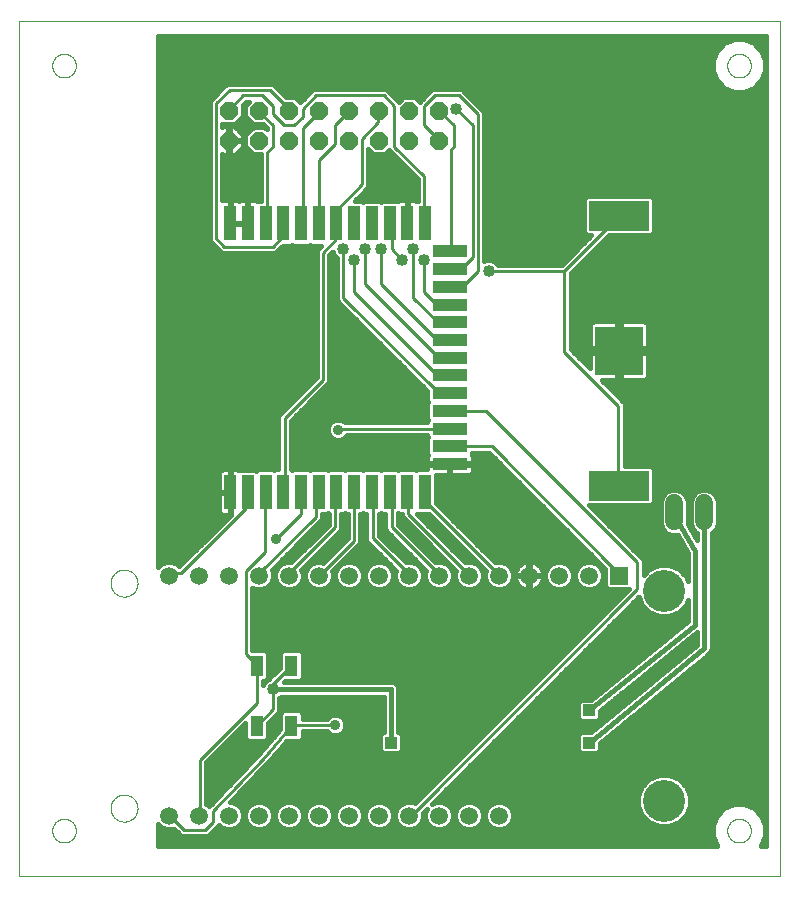
<source format=gtl>
G75*
%MOIN*%
%OFA0B0*%
%FSLAX25Y25*%
%IPPOS*%
%LPD*%
%AMOC8*
5,1,8,0,0,1.08239X$1,22.5*
%
%ADD10C,0.00000*%
%ADD11R,0.03937X0.11811*%
%ADD12R,0.11811X0.03937*%
%ADD13OC8,0.06000*%
%ADD14R,0.04400X0.06900*%
%ADD15R,0.16000X0.16000*%
%ADD16R,0.20000X0.10000*%
%ADD17C,0.14000*%
%ADD18R,0.05937X0.05937*%
%ADD19C,0.05937*%
%ADD20C,0.06000*%
%ADD21C,0.01000*%
%ADD22C,0.03569*%
%ADD23C,0.04000*%
%ADD24C,0.01600*%
%ADD25R,0.03962X0.03962*%
D10*
X0001000Y0001000D02*
X0001000Y0285961D01*
X0254701Y0285961D01*
X0254701Y0001000D01*
X0001000Y0001000D01*
X0012063Y0016000D02*
X0012065Y0016125D01*
X0012071Y0016250D01*
X0012081Y0016374D01*
X0012095Y0016498D01*
X0012112Y0016622D01*
X0012134Y0016745D01*
X0012160Y0016867D01*
X0012189Y0016989D01*
X0012222Y0017109D01*
X0012260Y0017228D01*
X0012300Y0017347D01*
X0012345Y0017463D01*
X0012393Y0017578D01*
X0012445Y0017692D01*
X0012501Y0017804D01*
X0012560Y0017914D01*
X0012622Y0018022D01*
X0012688Y0018129D01*
X0012757Y0018233D01*
X0012830Y0018334D01*
X0012905Y0018434D01*
X0012984Y0018531D01*
X0013066Y0018625D01*
X0013151Y0018717D01*
X0013238Y0018806D01*
X0013329Y0018892D01*
X0013422Y0018975D01*
X0013518Y0019056D01*
X0013616Y0019133D01*
X0013716Y0019207D01*
X0013819Y0019278D01*
X0013924Y0019345D01*
X0014032Y0019410D01*
X0014141Y0019470D01*
X0014252Y0019528D01*
X0014365Y0019581D01*
X0014479Y0019631D01*
X0014595Y0019678D01*
X0014712Y0019720D01*
X0014831Y0019759D01*
X0014951Y0019795D01*
X0015072Y0019826D01*
X0015194Y0019854D01*
X0015316Y0019877D01*
X0015440Y0019897D01*
X0015564Y0019913D01*
X0015688Y0019925D01*
X0015813Y0019933D01*
X0015938Y0019937D01*
X0016062Y0019937D01*
X0016187Y0019933D01*
X0016312Y0019925D01*
X0016436Y0019913D01*
X0016560Y0019897D01*
X0016684Y0019877D01*
X0016806Y0019854D01*
X0016928Y0019826D01*
X0017049Y0019795D01*
X0017169Y0019759D01*
X0017288Y0019720D01*
X0017405Y0019678D01*
X0017521Y0019631D01*
X0017635Y0019581D01*
X0017748Y0019528D01*
X0017859Y0019470D01*
X0017969Y0019410D01*
X0018076Y0019345D01*
X0018181Y0019278D01*
X0018284Y0019207D01*
X0018384Y0019133D01*
X0018482Y0019056D01*
X0018578Y0018975D01*
X0018671Y0018892D01*
X0018762Y0018806D01*
X0018849Y0018717D01*
X0018934Y0018625D01*
X0019016Y0018531D01*
X0019095Y0018434D01*
X0019170Y0018334D01*
X0019243Y0018233D01*
X0019312Y0018129D01*
X0019378Y0018022D01*
X0019440Y0017914D01*
X0019499Y0017804D01*
X0019555Y0017692D01*
X0019607Y0017578D01*
X0019655Y0017463D01*
X0019700Y0017347D01*
X0019740Y0017228D01*
X0019778Y0017109D01*
X0019811Y0016989D01*
X0019840Y0016867D01*
X0019866Y0016745D01*
X0019888Y0016622D01*
X0019905Y0016498D01*
X0019919Y0016374D01*
X0019929Y0016250D01*
X0019935Y0016125D01*
X0019937Y0016000D01*
X0019935Y0015875D01*
X0019929Y0015750D01*
X0019919Y0015626D01*
X0019905Y0015502D01*
X0019888Y0015378D01*
X0019866Y0015255D01*
X0019840Y0015133D01*
X0019811Y0015011D01*
X0019778Y0014891D01*
X0019740Y0014772D01*
X0019700Y0014653D01*
X0019655Y0014537D01*
X0019607Y0014422D01*
X0019555Y0014308D01*
X0019499Y0014196D01*
X0019440Y0014086D01*
X0019378Y0013978D01*
X0019312Y0013871D01*
X0019243Y0013767D01*
X0019170Y0013666D01*
X0019095Y0013566D01*
X0019016Y0013469D01*
X0018934Y0013375D01*
X0018849Y0013283D01*
X0018762Y0013194D01*
X0018671Y0013108D01*
X0018578Y0013025D01*
X0018482Y0012944D01*
X0018384Y0012867D01*
X0018284Y0012793D01*
X0018181Y0012722D01*
X0018076Y0012655D01*
X0017968Y0012590D01*
X0017859Y0012530D01*
X0017748Y0012472D01*
X0017635Y0012419D01*
X0017521Y0012369D01*
X0017405Y0012322D01*
X0017288Y0012280D01*
X0017169Y0012241D01*
X0017049Y0012205D01*
X0016928Y0012174D01*
X0016806Y0012146D01*
X0016684Y0012123D01*
X0016560Y0012103D01*
X0016436Y0012087D01*
X0016312Y0012075D01*
X0016187Y0012067D01*
X0016062Y0012063D01*
X0015938Y0012063D01*
X0015813Y0012067D01*
X0015688Y0012075D01*
X0015564Y0012087D01*
X0015440Y0012103D01*
X0015316Y0012123D01*
X0015194Y0012146D01*
X0015072Y0012174D01*
X0014951Y0012205D01*
X0014831Y0012241D01*
X0014712Y0012280D01*
X0014595Y0012322D01*
X0014479Y0012369D01*
X0014365Y0012419D01*
X0014252Y0012472D01*
X0014141Y0012530D01*
X0014031Y0012590D01*
X0013924Y0012655D01*
X0013819Y0012722D01*
X0013716Y0012793D01*
X0013616Y0012867D01*
X0013518Y0012944D01*
X0013422Y0013025D01*
X0013329Y0013108D01*
X0013238Y0013194D01*
X0013151Y0013283D01*
X0013066Y0013375D01*
X0012984Y0013469D01*
X0012905Y0013566D01*
X0012830Y0013666D01*
X0012757Y0013767D01*
X0012688Y0013871D01*
X0012622Y0013978D01*
X0012560Y0014086D01*
X0012501Y0014196D01*
X0012445Y0014308D01*
X0012393Y0014422D01*
X0012345Y0014537D01*
X0012300Y0014653D01*
X0012260Y0014772D01*
X0012222Y0014891D01*
X0012189Y0015011D01*
X0012160Y0015133D01*
X0012134Y0015255D01*
X0012112Y0015378D01*
X0012095Y0015502D01*
X0012081Y0015626D01*
X0012071Y0015750D01*
X0012065Y0015875D01*
X0012063Y0016000D01*
X0031500Y0023500D02*
X0031502Y0023634D01*
X0031508Y0023768D01*
X0031518Y0023901D01*
X0031532Y0024035D01*
X0031550Y0024168D01*
X0031572Y0024300D01*
X0031597Y0024431D01*
X0031627Y0024562D01*
X0031661Y0024692D01*
X0031698Y0024820D01*
X0031739Y0024948D01*
X0031784Y0025074D01*
X0031833Y0025199D01*
X0031885Y0025322D01*
X0031941Y0025444D01*
X0032001Y0025564D01*
X0032064Y0025682D01*
X0032131Y0025798D01*
X0032201Y0025912D01*
X0032275Y0026024D01*
X0032352Y0026134D01*
X0032432Y0026242D01*
X0032515Y0026347D01*
X0032601Y0026449D01*
X0032690Y0026549D01*
X0032783Y0026646D01*
X0032878Y0026741D01*
X0032976Y0026832D01*
X0033076Y0026921D01*
X0033179Y0027006D01*
X0033285Y0027089D01*
X0033393Y0027168D01*
X0033503Y0027244D01*
X0033616Y0027317D01*
X0033731Y0027386D01*
X0033847Y0027452D01*
X0033966Y0027514D01*
X0034086Y0027573D01*
X0034209Y0027628D01*
X0034332Y0027680D01*
X0034457Y0027727D01*
X0034584Y0027771D01*
X0034712Y0027812D01*
X0034841Y0027848D01*
X0034971Y0027881D01*
X0035102Y0027909D01*
X0035233Y0027934D01*
X0035366Y0027955D01*
X0035499Y0027972D01*
X0035632Y0027985D01*
X0035766Y0027994D01*
X0035900Y0027999D01*
X0036034Y0028000D01*
X0036167Y0027997D01*
X0036301Y0027990D01*
X0036435Y0027979D01*
X0036568Y0027964D01*
X0036701Y0027945D01*
X0036833Y0027922D01*
X0036964Y0027896D01*
X0037094Y0027865D01*
X0037224Y0027830D01*
X0037352Y0027792D01*
X0037479Y0027750D01*
X0037605Y0027704D01*
X0037730Y0027654D01*
X0037853Y0027601D01*
X0037974Y0027544D01*
X0038094Y0027483D01*
X0038211Y0027419D01*
X0038327Y0027352D01*
X0038441Y0027281D01*
X0038552Y0027206D01*
X0038661Y0027129D01*
X0038768Y0027048D01*
X0038873Y0026964D01*
X0038974Y0026877D01*
X0039074Y0026787D01*
X0039170Y0026694D01*
X0039264Y0026598D01*
X0039355Y0026499D01*
X0039442Y0026398D01*
X0039527Y0026294D01*
X0039609Y0026188D01*
X0039687Y0026080D01*
X0039762Y0025969D01*
X0039834Y0025856D01*
X0039903Y0025740D01*
X0039968Y0025623D01*
X0040029Y0025504D01*
X0040087Y0025383D01*
X0040141Y0025261D01*
X0040192Y0025137D01*
X0040239Y0025011D01*
X0040282Y0024884D01*
X0040321Y0024756D01*
X0040357Y0024627D01*
X0040388Y0024497D01*
X0040416Y0024366D01*
X0040440Y0024234D01*
X0040460Y0024101D01*
X0040476Y0023968D01*
X0040488Y0023835D01*
X0040496Y0023701D01*
X0040500Y0023567D01*
X0040500Y0023433D01*
X0040496Y0023299D01*
X0040488Y0023165D01*
X0040476Y0023032D01*
X0040460Y0022899D01*
X0040440Y0022766D01*
X0040416Y0022634D01*
X0040388Y0022503D01*
X0040357Y0022373D01*
X0040321Y0022244D01*
X0040282Y0022116D01*
X0040239Y0021989D01*
X0040192Y0021863D01*
X0040141Y0021739D01*
X0040087Y0021617D01*
X0040029Y0021496D01*
X0039968Y0021377D01*
X0039903Y0021260D01*
X0039834Y0021144D01*
X0039762Y0021031D01*
X0039687Y0020920D01*
X0039609Y0020812D01*
X0039527Y0020706D01*
X0039442Y0020602D01*
X0039355Y0020501D01*
X0039264Y0020402D01*
X0039170Y0020306D01*
X0039074Y0020213D01*
X0038974Y0020123D01*
X0038873Y0020036D01*
X0038768Y0019952D01*
X0038661Y0019871D01*
X0038552Y0019794D01*
X0038441Y0019719D01*
X0038327Y0019648D01*
X0038211Y0019581D01*
X0038094Y0019517D01*
X0037974Y0019456D01*
X0037853Y0019399D01*
X0037730Y0019346D01*
X0037605Y0019296D01*
X0037479Y0019250D01*
X0037352Y0019208D01*
X0037224Y0019170D01*
X0037094Y0019135D01*
X0036964Y0019104D01*
X0036833Y0019078D01*
X0036701Y0019055D01*
X0036568Y0019036D01*
X0036435Y0019021D01*
X0036301Y0019010D01*
X0036167Y0019003D01*
X0036034Y0019000D01*
X0035900Y0019001D01*
X0035766Y0019006D01*
X0035632Y0019015D01*
X0035499Y0019028D01*
X0035366Y0019045D01*
X0035233Y0019066D01*
X0035102Y0019091D01*
X0034971Y0019119D01*
X0034841Y0019152D01*
X0034712Y0019188D01*
X0034584Y0019229D01*
X0034457Y0019273D01*
X0034332Y0019320D01*
X0034209Y0019372D01*
X0034086Y0019427D01*
X0033966Y0019486D01*
X0033847Y0019548D01*
X0033731Y0019614D01*
X0033616Y0019683D01*
X0033503Y0019756D01*
X0033393Y0019832D01*
X0033285Y0019911D01*
X0033179Y0019994D01*
X0033076Y0020079D01*
X0032976Y0020168D01*
X0032878Y0020259D01*
X0032783Y0020354D01*
X0032690Y0020451D01*
X0032601Y0020551D01*
X0032515Y0020653D01*
X0032432Y0020758D01*
X0032352Y0020866D01*
X0032275Y0020976D01*
X0032201Y0021088D01*
X0032131Y0021202D01*
X0032064Y0021318D01*
X0032001Y0021436D01*
X0031941Y0021556D01*
X0031885Y0021678D01*
X0031833Y0021801D01*
X0031784Y0021926D01*
X0031739Y0022052D01*
X0031698Y0022180D01*
X0031661Y0022308D01*
X0031627Y0022438D01*
X0031597Y0022569D01*
X0031572Y0022700D01*
X0031550Y0022832D01*
X0031532Y0022965D01*
X0031518Y0023099D01*
X0031508Y0023232D01*
X0031502Y0023366D01*
X0031500Y0023500D01*
X0031500Y0098500D02*
X0031502Y0098634D01*
X0031508Y0098768D01*
X0031518Y0098901D01*
X0031532Y0099035D01*
X0031550Y0099168D01*
X0031572Y0099300D01*
X0031597Y0099431D01*
X0031627Y0099562D01*
X0031661Y0099692D01*
X0031698Y0099820D01*
X0031739Y0099948D01*
X0031784Y0100074D01*
X0031833Y0100199D01*
X0031885Y0100322D01*
X0031941Y0100444D01*
X0032001Y0100564D01*
X0032064Y0100682D01*
X0032131Y0100798D01*
X0032201Y0100912D01*
X0032275Y0101024D01*
X0032352Y0101134D01*
X0032432Y0101242D01*
X0032515Y0101347D01*
X0032601Y0101449D01*
X0032690Y0101549D01*
X0032783Y0101646D01*
X0032878Y0101741D01*
X0032976Y0101832D01*
X0033076Y0101921D01*
X0033179Y0102006D01*
X0033285Y0102089D01*
X0033393Y0102168D01*
X0033503Y0102244D01*
X0033616Y0102317D01*
X0033731Y0102386D01*
X0033847Y0102452D01*
X0033966Y0102514D01*
X0034086Y0102573D01*
X0034209Y0102628D01*
X0034332Y0102680D01*
X0034457Y0102727D01*
X0034584Y0102771D01*
X0034712Y0102812D01*
X0034841Y0102848D01*
X0034971Y0102881D01*
X0035102Y0102909D01*
X0035233Y0102934D01*
X0035366Y0102955D01*
X0035499Y0102972D01*
X0035632Y0102985D01*
X0035766Y0102994D01*
X0035900Y0102999D01*
X0036034Y0103000D01*
X0036167Y0102997D01*
X0036301Y0102990D01*
X0036435Y0102979D01*
X0036568Y0102964D01*
X0036701Y0102945D01*
X0036833Y0102922D01*
X0036964Y0102896D01*
X0037094Y0102865D01*
X0037224Y0102830D01*
X0037352Y0102792D01*
X0037479Y0102750D01*
X0037605Y0102704D01*
X0037730Y0102654D01*
X0037853Y0102601D01*
X0037974Y0102544D01*
X0038094Y0102483D01*
X0038211Y0102419D01*
X0038327Y0102352D01*
X0038441Y0102281D01*
X0038552Y0102206D01*
X0038661Y0102129D01*
X0038768Y0102048D01*
X0038873Y0101964D01*
X0038974Y0101877D01*
X0039074Y0101787D01*
X0039170Y0101694D01*
X0039264Y0101598D01*
X0039355Y0101499D01*
X0039442Y0101398D01*
X0039527Y0101294D01*
X0039609Y0101188D01*
X0039687Y0101080D01*
X0039762Y0100969D01*
X0039834Y0100856D01*
X0039903Y0100740D01*
X0039968Y0100623D01*
X0040029Y0100504D01*
X0040087Y0100383D01*
X0040141Y0100261D01*
X0040192Y0100137D01*
X0040239Y0100011D01*
X0040282Y0099884D01*
X0040321Y0099756D01*
X0040357Y0099627D01*
X0040388Y0099497D01*
X0040416Y0099366D01*
X0040440Y0099234D01*
X0040460Y0099101D01*
X0040476Y0098968D01*
X0040488Y0098835D01*
X0040496Y0098701D01*
X0040500Y0098567D01*
X0040500Y0098433D01*
X0040496Y0098299D01*
X0040488Y0098165D01*
X0040476Y0098032D01*
X0040460Y0097899D01*
X0040440Y0097766D01*
X0040416Y0097634D01*
X0040388Y0097503D01*
X0040357Y0097373D01*
X0040321Y0097244D01*
X0040282Y0097116D01*
X0040239Y0096989D01*
X0040192Y0096863D01*
X0040141Y0096739D01*
X0040087Y0096617D01*
X0040029Y0096496D01*
X0039968Y0096377D01*
X0039903Y0096260D01*
X0039834Y0096144D01*
X0039762Y0096031D01*
X0039687Y0095920D01*
X0039609Y0095812D01*
X0039527Y0095706D01*
X0039442Y0095602D01*
X0039355Y0095501D01*
X0039264Y0095402D01*
X0039170Y0095306D01*
X0039074Y0095213D01*
X0038974Y0095123D01*
X0038873Y0095036D01*
X0038768Y0094952D01*
X0038661Y0094871D01*
X0038552Y0094794D01*
X0038441Y0094719D01*
X0038327Y0094648D01*
X0038211Y0094581D01*
X0038094Y0094517D01*
X0037974Y0094456D01*
X0037853Y0094399D01*
X0037730Y0094346D01*
X0037605Y0094296D01*
X0037479Y0094250D01*
X0037352Y0094208D01*
X0037224Y0094170D01*
X0037094Y0094135D01*
X0036964Y0094104D01*
X0036833Y0094078D01*
X0036701Y0094055D01*
X0036568Y0094036D01*
X0036435Y0094021D01*
X0036301Y0094010D01*
X0036167Y0094003D01*
X0036034Y0094000D01*
X0035900Y0094001D01*
X0035766Y0094006D01*
X0035632Y0094015D01*
X0035499Y0094028D01*
X0035366Y0094045D01*
X0035233Y0094066D01*
X0035102Y0094091D01*
X0034971Y0094119D01*
X0034841Y0094152D01*
X0034712Y0094188D01*
X0034584Y0094229D01*
X0034457Y0094273D01*
X0034332Y0094320D01*
X0034209Y0094372D01*
X0034086Y0094427D01*
X0033966Y0094486D01*
X0033847Y0094548D01*
X0033731Y0094614D01*
X0033616Y0094683D01*
X0033503Y0094756D01*
X0033393Y0094832D01*
X0033285Y0094911D01*
X0033179Y0094994D01*
X0033076Y0095079D01*
X0032976Y0095168D01*
X0032878Y0095259D01*
X0032783Y0095354D01*
X0032690Y0095451D01*
X0032601Y0095551D01*
X0032515Y0095653D01*
X0032432Y0095758D01*
X0032352Y0095866D01*
X0032275Y0095976D01*
X0032201Y0096088D01*
X0032131Y0096202D01*
X0032064Y0096318D01*
X0032001Y0096436D01*
X0031941Y0096556D01*
X0031885Y0096678D01*
X0031833Y0096801D01*
X0031784Y0096926D01*
X0031739Y0097052D01*
X0031698Y0097180D01*
X0031661Y0097308D01*
X0031627Y0097438D01*
X0031597Y0097569D01*
X0031572Y0097700D01*
X0031550Y0097832D01*
X0031532Y0097965D01*
X0031518Y0098099D01*
X0031508Y0098232D01*
X0031502Y0098366D01*
X0031500Y0098500D01*
X0012063Y0271000D02*
X0012065Y0271125D01*
X0012071Y0271250D01*
X0012081Y0271374D01*
X0012095Y0271498D01*
X0012112Y0271622D01*
X0012134Y0271745D01*
X0012160Y0271867D01*
X0012189Y0271989D01*
X0012222Y0272109D01*
X0012260Y0272228D01*
X0012300Y0272347D01*
X0012345Y0272463D01*
X0012393Y0272578D01*
X0012445Y0272692D01*
X0012501Y0272804D01*
X0012560Y0272914D01*
X0012622Y0273022D01*
X0012688Y0273129D01*
X0012757Y0273233D01*
X0012830Y0273334D01*
X0012905Y0273434D01*
X0012984Y0273531D01*
X0013066Y0273625D01*
X0013151Y0273717D01*
X0013238Y0273806D01*
X0013329Y0273892D01*
X0013422Y0273975D01*
X0013518Y0274056D01*
X0013616Y0274133D01*
X0013716Y0274207D01*
X0013819Y0274278D01*
X0013924Y0274345D01*
X0014032Y0274410D01*
X0014141Y0274470D01*
X0014252Y0274528D01*
X0014365Y0274581D01*
X0014479Y0274631D01*
X0014595Y0274678D01*
X0014712Y0274720D01*
X0014831Y0274759D01*
X0014951Y0274795D01*
X0015072Y0274826D01*
X0015194Y0274854D01*
X0015316Y0274877D01*
X0015440Y0274897D01*
X0015564Y0274913D01*
X0015688Y0274925D01*
X0015813Y0274933D01*
X0015938Y0274937D01*
X0016062Y0274937D01*
X0016187Y0274933D01*
X0016312Y0274925D01*
X0016436Y0274913D01*
X0016560Y0274897D01*
X0016684Y0274877D01*
X0016806Y0274854D01*
X0016928Y0274826D01*
X0017049Y0274795D01*
X0017169Y0274759D01*
X0017288Y0274720D01*
X0017405Y0274678D01*
X0017521Y0274631D01*
X0017635Y0274581D01*
X0017748Y0274528D01*
X0017859Y0274470D01*
X0017969Y0274410D01*
X0018076Y0274345D01*
X0018181Y0274278D01*
X0018284Y0274207D01*
X0018384Y0274133D01*
X0018482Y0274056D01*
X0018578Y0273975D01*
X0018671Y0273892D01*
X0018762Y0273806D01*
X0018849Y0273717D01*
X0018934Y0273625D01*
X0019016Y0273531D01*
X0019095Y0273434D01*
X0019170Y0273334D01*
X0019243Y0273233D01*
X0019312Y0273129D01*
X0019378Y0273022D01*
X0019440Y0272914D01*
X0019499Y0272804D01*
X0019555Y0272692D01*
X0019607Y0272578D01*
X0019655Y0272463D01*
X0019700Y0272347D01*
X0019740Y0272228D01*
X0019778Y0272109D01*
X0019811Y0271989D01*
X0019840Y0271867D01*
X0019866Y0271745D01*
X0019888Y0271622D01*
X0019905Y0271498D01*
X0019919Y0271374D01*
X0019929Y0271250D01*
X0019935Y0271125D01*
X0019937Y0271000D01*
X0019935Y0270875D01*
X0019929Y0270750D01*
X0019919Y0270626D01*
X0019905Y0270502D01*
X0019888Y0270378D01*
X0019866Y0270255D01*
X0019840Y0270133D01*
X0019811Y0270011D01*
X0019778Y0269891D01*
X0019740Y0269772D01*
X0019700Y0269653D01*
X0019655Y0269537D01*
X0019607Y0269422D01*
X0019555Y0269308D01*
X0019499Y0269196D01*
X0019440Y0269086D01*
X0019378Y0268978D01*
X0019312Y0268871D01*
X0019243Y0268767D01*
X0019170Y0268666D01*
X0019095Y0268566D01*
X0019016Y0268469D01*
X0018934Y0268375D01*
X0018849Y0268283D01*
X0018762Y0268194D01*
X0018671Y0268108D01*
X0018578Y0268025D01*
X0018482Y0267944D01*
X0018384Y0267867D01*
X0018284Y0267793D01*
X0018181Y0267722D01*
X0018076Y0267655D01*
X0017968Y0267590D01*
X0017859Y0267530D01*
X0017748Y0267472D01*
X0017635Y0267419D01*
X0017521Y0267369D01*
X0017405Y0267322D01*
X0017288Y0267280D01*
X0017169Y0267241D01*
X0017049Y0267205D01*
X0016928Y0267174D01*
X0016806Y0267146D01*
X0016684Y0267123D01*
X0016560Y0267103D01*
X0016436Y0267087D01*
X0016312Y0267075D01*
X0016187Y0267067D01*
X0016062Y0267063D01*
X0015938Y0267063D01*
X0015813Y0267067D01*
X0015688Y0267075D01*
X0015564Y0267087D01*
X0015440Y0267103D01*
X0015316Y0267123D01*
X0015194Y0267146D01*
X0015072Y0267174D01*
X0014951Y0267205D01*
X0014831Y0267241D01*
X0014712Y0267280D01*
X0014595Y0267322D01*
X0014479Y0267369D01*
X0014365Y0267419D01*
X0014252Y0267472D01*
X0014141Y0267530D01*
X0014031Y0267590D01*
X0013924Y0267655D01*
X0013819Y0267722D01*
X0013716Y0267793D01*
X0013616Y0267867D01*
X0013518Y0267944D01*
X0013422Y0268025D01*
X0013329Y0268108D01*
X0013238Y0268194D01*
X0013151Y0268283D01*
X0013066Y0268375D01*
X0012984Y0268469D01*
X0012905Y0268566D01*
X0012830Y0268666D01*
X0012757Y0268767D01*
X0012688Y0268871D01*
X0012622Y0268978D01*
X0012560Y0269086D01*
X0012501Y0269196D01*
X0012445Y0269308D01*
X0012393Y0269422D01*
X0012345Y0269537D01*
X0012300Y0269653D01*
X0012260Y0269772D01*
X0012222Y0269891D01*
X0012189Y0270011D01*
X0012160Y0270133D01*
X0012134Y0270255D01*
X0012112Y0270378D01*
X0012095Y0270502D01*
X0012081Y0270626D01*
X0012071Y0270750D01*
X0012065Y0270875D01*
X0012063Y0271000D01*
X0237063Y0271000D02*
X0237065Y0271125D01*
X0237071Y0271250D01*
X0237081Y0271374D01*
X0237095Y0271498D01*
X0237112Y0271622D01*
X0237134Y0271745D01*
X0237160Y0271867D01*
X0237189Y0271989D01*
X0237222Y0272109D01*
X0237260Y0272228D01*
X0237300Y0272347D01*
X0237345Y0272463D01*
X0237393Y0272578D01*
X0237445Y0272692D01*
X0237501Y0272804D01*
X0237560Y0272914D01*
X0237622Y0273022D01*
X0237688Y0273129D01*
X0237757Y0273233D01*
X0237830Y0273334D01*
X0237905Y0273434D01*
X0237984Y0273531D01*
X0238066Y0273625D01*
X0238151Y0273717D01*
X0238238Y0273806D01*
X0238329Y0273892D01*
X0238422Y0273975D01*
X0238518Y0274056D01*
X0238616Y0274133D01*
X0238716Y0274207D01*
X0238819Y0274278D01*
X0238924Y0274345D01*
X0239032Y0274410D01*
X0239141Y0274470D01*
X0239252Y0274528D01*
X0239365Y0274581D01*
X0239479Y0274631D01*
X0239595Y0274678D01*
X0239712Y0274720D01*
X0239831Y0274759D01*
X0239951Y0274795D01*
X0240072Y0274826D01*
X0240194Y0274854D01*
X0240316Y0274877D01*
X0240440Y0274897D01*
X0240564Y0274913D01*
X0240688Y0274925D01*
X0240813Y0274933D01*
X0240938Y0274937D01*
X0241062Y0274937D01*
X0241187Y0274933D01*
X0241312Y0274925D01*
X0241436Y0274913D01*
X0241560Y0274897D01*
X0241684Y0274877D01*
X0241806Y0274854D01*
X0241928Y0274826D01*
X0242049Y0274795D01*
X0242169Y0274759D01*
X0242288Y0274720D01*
X0242405Y0274678D01*
X0242521Y0274631D01*
X0242635Y0274581D01*
X0242748Y0274528D01*
X0242859Y0274470D01*
X0242969Y0274410D01*
X0243076Y0274345D01*
X0243181Y0274278D01*
X0243284Y0274207D01*
X0243384Y0274133D01*
X0243482Y0274056D01*
X0243578Y0273975D01*
X0243671Y0273892D01*
X0243762Y0273806D01*
X0243849Y0273717D01*
X0243934Y0273625D01*
X0244016Y0273531D01*
X0244095Y0273434D01*
X0244170Y0273334D01*
X0244243Y0273233D01*
X0244312Y0273129D01*
X0244378Y0273022D01*
X0244440Y0272914D01*
X0244499Y0272804D01*
X0244555Y0272692D01*
X0244607Y0272578D01*
X0244655Y0272463D01*
X0244700Y0272347D01*
X0244740Y0272228D01*
X0244778Y0272109D01*
X0244811Y0271989D01*
X0244840Y0271867D01*
X0244866Y0271745D01*
X0244888Y0271622D01*
X0244905Y0271498D01*
X0244919Y0271374D01*
X0244929Y0271250D01*
X0244935Y0271125D01*
X0244937Y0271000D01*
X0244935Y0270875D01*
X0244929Y0270750D01*
X0244919Y0270626D01*
X0244905Y0270502D01*
X0244888Y0270378D01*
X0244866Y0270255D01*
X0244840Y0270133D01*
X0244811Y0270011D01*
X0244778Y0269891D01*
X0244740Y0269772D01*
X0244700Y0269653D01*
X0244655Y0269537D01*
X0244607Y0269422D01*
X0244555Y0269308D01*
X0244499Y0269196D01*
X0244440Y0269086D01*
X0244378Y0268978D01*
X0244312Y0268871D01*
X0244243Y0268767D01*
X0244170Y0268666D01*
X0244095Y0268566D01*
X0244016Y0268469D01*
X0243934Y0268375D01*
X0243849Y0268283D01*
X0243762Y0268194D01*
X0243671Y0268108D01*
X0243578Y0268025D01*
X0243482Y0267944D01*
X0243384Y0267867D01*
X0243284Y0267793D01*
X0243181Y0267722D01*
X0243076Y0267655D01*
X0242968Y0267590D01*
X0242859Y0267530D01*
X0242748Y0267472D01*
X0242635Y0267419D01*
X0242521Y0267369D01*
X0242405Y0267322D01*
X0242288Y0267280D01*
X0242169Y0267241D01*
X0242049Y0267205D01*
X0241928Y0267174D01*
X0241806Y0267146D01*
X0241684Y0267123D01*
X0241560Y0267103D01*
X0241436Y0267087D01*
X0241312Y0267075D01*
X0241187Y0267067D01*
X0241062Y0267063D01*
X0240938Y0267063D01*
X0240813Y0267067D01*
X0240688Y0267075D01*
X0240564Y0267087D01*
X0240440Y0267103D01*
X0240316Y0267123D01*
X0240194Y0267146D01*
X0240072Y0267174D01*
X0239951Y0267205D01*
X0239831Y0267241D01*
X0239712Y0267280D01*
X0239595Y0267322D01*
X0239479Y0267369D01*
X0239365Y0267419D01*
X0239252Y0267472D01*
X0239141Y0267530D01*
X0239031Y0267590D01*
X0238924Y0267655D01*
X0238819Y0267722D01*
X0238716Y0267793D01*
X0238616Y0267867D01*
X0238518Y0267944D01*
X0238422Y0268025D01*
X0238329Y0268108D01*
X0238238Y0268194D01*
X0238151Y0268283D01*
X0238066Y0268375D01*
X0237984Y0268469D01*
X0237905Y0268566D01*
X0237830Y0268666D01*
X0237757Y0268767D01*
X0237688Y0268871D01*
X0237622Y0268978D01*
X0237560Y0269086D01*
X0237501Y0269196D01*
X0237445Y0269308D01*
X0237393Y0269422D01*
X0237345Y0269537D01*
X0237300Y0269653D01*
X0237260Y0269772D01*
X0237222Y0269891D01*
X0237189Y0270011D01*
X0237160Y0270133D01*
X0237134Y0270255D01*
X0237112Y0270378D01*
X0237095Y0270502D01*
X0237081Y0270626D01*
X0237071Y0270750D01*
X0237065Y0270875D01*
X0237063Y0271000D01*
X0237063Y0016000D02*
X0237065Y0016125D01*
X0237071Y0016250D01*
X0237081Y0016374D01*
X0237095Y0016498D01*
X0237112Y0016622D01*
X0237134Y0016745D01*
X0237160Y0016867D01*
X0237189Y0016989D01*
X0237222Y0017109D01*
X0237260Y0017228D01*
X0237300Y0017347D01*
X0237345Y0017463D01*
X0237393Y0017578D01*
X0237445Y0017692D01*
X0237501Y0017804D01*
X0237560Y0017914D01*
X0237622Y0018022D01*
X0237688Y0018129D01*
X0237757Y0018233D01*
X0237830Y0018334D01*
X0237905Y0018434D01*
X0237984Y0018531D01*
X0238066Y0018625D01*
X0238151Y0018717D01*
X0238238Y0018806D01*
X0238329Y0018892D01*
X0238422Y0018975D01*
X0238518Y0019056D01*
X0238616Y0019133D01*
X0238716Y0019207D01*
X0238819Y0019278D01*
X0238924Y0019345D01*
X0239032Y0019410D01*
X0239141Y0019470D01*
X0239252Y0019528D01*
X0239365Y0019581D01*
X0239479Y0019631D01*
X0239595Y0019678D01*
X0239712Y0019720D01*
X0239831Y0019759D01*
X0239951Y0019795D01*
X0240072Y0019826D01*
X0240194Y0019854D01*
X0240316Y0019877D01*
X0240440Y0019897D01*
X0240564Y0019913D01*
X0240688Y0019925D01*
X0240813Y0019933D01*
X0240938Y0019937D01*
X0241062Y0019937D01*
X0241187Y0019933D01*
X0241312Y0019925D01*
X0241436Y0019913D01*
X0241560Y0019897D01*
X0241684Y0019877D01*
X0241806Y0019854D01*
X0241928Y0019826D01*
X0242049Y0019795D01*
X0242169Y0019759D01*
X0242288Y0019720D01*
X0242405Y0019678D01*
X0242521Y0019631D01*
X0242635Y0019581D01*
X0242748Y0019528D01*
X0242859Y0019470D01*
X0242969Y0019410D01*
X0243076Y0019345D01*
X0243181Y0019278D01*
X0243284Y0019207D01*
X0243384Y0019133D01*
X0243482Y0019056D01*
X0243578Y0018975D01*
X0243671Y0018892D01*
X0243762Y0018806D01*
X0243849Y0018717D01*
X0243934Y0018625D01*
X0244016Y0018531D01*
X0244095Y0018434D01*
X0244170Y0018334D01*
X0244243Y0018233D01*
X0244312Y0018129D01*
X0244378Y0018022D01*
X0244440Y0017914D01*
X0244499Y0017804D01*
X0244555Y0017692D01*
X0244607Y0017578D01*
X0244655Y0017463D01*
X0244700Y0017347D01*
X0244740Y0017228D01*
X0244778Y0017109D01*
X0244811Y0016989D01*
X0244840Y0016867D01*
X0244866Y0016745D01*
X0244888Y0016622D01*
X0244905Y0016498D01*
X0244919Y0016374D01*
X0244929Y0016250D01*
X0244935Y0016125D01*
X0244937Y0016000D01*
X0244935Y0015875D01*
X0244929Y0015750D01*
X0244919Y0015626D01*
X0244905Y0015502D01*
X0244888Y0015378D01*
X0244866Y0015255D01*
X0244840Y0015133D01*
X0244811Y0015011D01*
X0244778Y0014891D01*
X0244740Y0014772D01*
X0244700Y0014653D01*
X0244655Y0014537D01*
X0244607Y0014422D01*
X0244555Y0014308D01*
X0244499Y0014196D01*
X0244440Y0014086D01*
X0244378Y0013978D01*
X0244312Y0013871D01*
X0244243Y0013767D01*
X0244170Y0013666D01*
X0244095Y0013566D01*
X0244016Y0013469D01*
X0243934Y0013375D01*
X0243849Y0013283D01*
X0243762Y0013194D01*
X0243671Y0013108D01*
X0243578Y0013025D01*
X0243482Y0012944D01*
X0243384Y0012867D01*
X0243284Y0012793D01*
X0243181Y0012722D01*
X0243076Y0012655D01*
X0242968Y0012590D01*
X0242859Y0012530D01*
X0242748Y0012472D01*
X0242635Y0012419D01*
X0242521Y0012369D01*
X0242405Y0012322D01*
X0242288Y0012280D01*
X0242169Y0012241D01*
X0242049Y0012205D01*
X0241928Y0012174D01*
X0241806Y0012146D01*
X0241684Y0012123D01*
X0241560Y0012103D01*
X0241436Y0012087D01*
X0241312Y0012075D01*
X0241187Y0012067D01*
X0241062Y0012063D01*
X0240938Y0012063D01*
X0240813Y0012067D01*
X0240688Y0012075D01*
X0240564Y0012087D01*
X0240440Y0012103D01*
X0240316Y0012123D01*
X0240194Y0012146D01*
X0240072Y0012174D01*
X0239951Y0012205D01*
X0239831Y0012241D01*
X0239712Y0012280D01*
X0239595Y0012322D01*
X0239479Y0012369D01*
X0239365Y0012419D01*
X0239252Y0012472D01*
X0239141Y0012530D01*
X0239031Y0012590D01*
X0238924Y0012655D01*
X0238819Y0012722D01*
X0238716Y0012793D01*
X0238616Y0012867D01*
X0238518Y0012944D01*
X0238422Y0013025D01*
X0238329Y0013108D01*
X0238238Y0013194D01*
X0238151Y0013283D01*
X0238066Y0013375D01*
X0237984Y0013469D01*
X0237905Y0013566D01*
X0237830Y0013666D01*
X0237757Y0013767D01*
X0237688Y0013871D01*
X0237622Y0013978D01*
X0237560Y0014086D01*
X0237501Y0014196D01*
X0237445Y0014308D01*
X0237393Y0014422D01*
X0237345Y0014537D01*
X0237300Y0014653D01*
X0237260Y0014772D01*
X0237222Y0014891D01*
X0237189Y0015011D01*
X0237160Y0015133D01*
X0237134Y0015255D01*
X0237112Y0015378D01*
X0237095Y0015502D01*
X0237081Y0015626D01*
X0237071Y0015750D01*
X0237065Y0015875D01*
X0237063Y0016000D01*
D11*
X0136315Y0128953D03*
X0130409Y0128953D03*
X0124504Y0128953D03*
X0118598Y0128953D03*
X0112693Y0128953D03*
X0106787Y0128953D03*
X0100882Y0128953D03*
X0094976Y0128953D03*
X0089071Y0128953D03*
X0083165Y0128953D03*
X0077260Y0128756D03*
X0071354Y0128756D03*
X0071354Y0218520D03*
X0077260Y0218520D03*
X0083165Y0218520D03*
X0089071Y0218520D03*
X0094976Y0218520D03*
X0100882Y0218520D03*
X0106787Y0218520D03*
X0112693Y0218520D03*
X0118598Y0218520D03*
X0124504Y0218520D03*
X0130409Y0218520D03*
X0136315Y0218520D03*
D12*
X0144583Y0209268D03*
X0144583Y0203165D03*
X0144583Y0197260D03*
X0144583Y0191354D03*
X0144583Y0185449D03*
X0144583Y0179543D03*
X0144583Y0173638D03*
X0144583Y0167732D03*
X0144583Y0161827D03*
X0144583Y0155921D03*
X0144583Y0150016D03*
X0144583Y0144110D03*
X0144583Y0138205D03*
D13*
X0141000Y0246000D03*
X0141000Y0256000D03*
X0131000Y0256000D03*
X0131000Y0246000D03*
X0121000Y0246000D03*
X0121000Y0256000D03*
X0111000Y0256000D03*
X0111000Y0246000D03*
X0101000Y0246000D03*
X0101000Y0256000D03*
X0091000Y0256000D03*
X0091000Y0246000D03*
X0081000Y0246000D03*
X0081000Y0256000D03*
X0071000Y0256000D03*
X0071000Y0246000D03*
D14*
X0080200Y0071000D03*
X0091800Y0071000D03*
X0091800Y0051000D03*
X0080200Y0051000D03*
D15*
X0201000Y0176000D03*
D16*
X0201000Y0131000D03*
X0201000Y0221000D03*
D17*
X0216000Y0096000D03*
X0216000Y0026000D03*
D18*
X0201000Y0101000D03*
D19*
X0191000Y0101000D03*
X0181000Y0101000D03*
X0171000Y0101000D03*
X0161000Y0101000D03*
X0151000Y0101000D03*
X0141000Y0101000D03*
X0131000Y0101000D03*
X0121000Y0101000D03*
X0111000Y0101000D03*
X0101000Y0101000D03*
X0091000Y0101000D03*
X0081000Y0101000D03*
X0071000Y0101000D03*
X0061000Y0101000D03*
X0051000Y0101000D03*
X0051000Y0021000D03*
X0061000Y0021000D03*
X0071000Y0021000D03*
X0081000Y0021000D03*
X0091000Y0021000D03*
X0101000Y0021000D03*
X0111000Y0021000D03*
X0121000Y0021000D03*
X0131000Y0021000D03*
X0141000Y0021000D03*
X0151000Y0021000D03*
X0161000Y0021000D03*
D20*
X0219425Y0119063D02*
X0219425Y0125063D01*
X0229425Y0125063D02*
X0229425Y0119063D01*
D21*
X0207100Y0105400D02*
X0207100Y0096400D01*
X0131500Y0020800D01*
X0131000Y0021000D01*
X0106315Y0051197D02*
X0091800Y0051197D01*
X0091800Y0051000D01*
X0082169Y0039953D01*
X0065800Y0022600D01*
X0065800Y0019000D01*
X0063100Y0016300D01*
X0055900Y0016300D01*
X0051400Y0020800D01*
X0051000Y0021000D01*
X0061000Y0021000D02*
X0061300Y0021700D01*
X0061300Y0039700D01*
X0080200Y0058600D01*
X0080200Y0071000D01*
X0080200Y0071200D01*
X0076600Y0074800D01*
X0076600Y0102700D01*
X0082900Y0109000D01*
X0082900Y0128800D01*
X0083165Y0128953D01*
X0089071Y0128953D02*
X0089583Y0129465D01*
X0089583Y0153559D01*
X0102378Y0166354D01*
X0102378Y0208677D01*
X0106787Y0213087D01*
X0106787Y0218520D01*
X0107200Y0218800D01*
X0107200Y0223300D01*
X0115300Y0231400D01*
X0115300Y0246700D01*
X0120700Y0252100D01*
X0120700Y0255700D01*
X0121000Y0256000D01*
X0122500Y0261100D02*
X0100000Y0261100D01*
X0095500Y0256600D01*
X0095500Y0253900D01*
X0092800Y0251200D01*
X0089200Y0251200D01*
X0085600Y0254800D01*
X0085600Y0257500D01*
X0082000Y0261100D01*
X0075700Y0261100D01*
X0071200Y0256600D01*
X0071000Y0256000D01*
X0066700Y0258400D02*
X0071200Y0262900D01*
X0084700Y0262900D01*
X0091000Y0256600D01*
X0091000Y0256000D01*
X0085600Y0251200D02*
X0081100Y0255700D01*
X0081000Y0256000D01*
X0085600Y0251200D02*
X0085600Y0244000D01*
X0083800Y0242200D01*
X0083800Y0218800D01*
X0083165Y0218520D01*
X0088300Y0217900D02*
X0088300Y0213400D01*
X0085600Y0210700D01*
X0069400Y0210700D01*
X0066700Y0213400D01*
X0066700Y0258400D01*
X0095500Y0250300D02*
X0100900Y0255700D01*
X0101000Y0256000D01*
X0106300Y0251200D02*
X0110800Y0255700D01*
X0111000Y0256000D01*
X0106300Y0251200D02*
X0106300Y0244900D01*
X0100900Y0239500D01*
X0100900Y0218800D01*
X0100882Y0218520D01*
X0095500Y0218800D02*
X0094976Y0218520D01*
X0095500Y0218800D02*
X0095500Y0250300D01*
X0122500Y0261100D02*
X0126100Y0257500D01*
X0126100Y0244000D01*
X0136000Y0234100D01*
X0136000Y0218800D01*
X0136315Y0218520D01*
X0132400Y0209800D02*
X0132400Y0193600D01*
X0140500Y0185500D01*
X0144100Y0185500D01*
X0144583Y0185449D01*
X0144100Y0180100D02*
X0139600Y0180100D01*
X0121600Y0198100D01*
X0121600Y0209800D01*
X0125200Y0209800D02*
X0128800Y0206200D01*
X0125200Y0209800D02*
X0125200Y0217900D01*
X0124504Y0218520D01*
X0116200Y0209800D02*
X0116200Y0198100D01*
X0140500Y0173800D01*
X0144100Y0173800D01*
X0144583Y0173638D01*
X0144100Y0168400D02*
X0139600Y0168400D01*
X0112600Y0195400D01*
X0112600Y0206200D01*
X0109000Y0209800D02*
X0109000Y0193600D01*
X0140500Y0162100D01*
X0144100Y0162100D01*
X0144583Y0161827D01*
X0144583Y0167732D02*
X0144100Y0168400D01*
X0144583Y0179543D02*
X0144100Y0180100D01*
X0144583Y0191354D02*
X0144100Y0191800D01*
X0139600Y0191800D01*
X0136000Y0195400D01*
X0136000Y0206200D01*
X0144583Y0203165D02*
X0145000Y0203500D01*
X0148600Y0203500D01*
X0152200Y0207100D01*
X0152200Y0251200D01*
X0146800Y0256600D01*
X0147700Y0261100D02*
X0139600Y0261100D01*
X0136000Y0257500D01*
X0136000Y0251200D01*
X0140500Y0246700D01*
X0141000Y0246000D01*
X0145000Y0243100D02*
X0145900Y0244000D01*
X0145900Y0251200D01*
X0141400Y0255700D01*
X0141000Y0256000D01*
X0147700Y0261100D02*
X0154000Y0254800D01*
X0154000Y0202600D01*
X0149500Y0198100D01*
X0145000Y0198100D01*
X0144583Y0197260D01*
X0144583Y0209268D02*
X0145000Y0209800D01*
X0145000Y0243100D01*
X0157600Y0202600D02*
X0182800Y0202600D01*
X0182800Y0175600D01*
X0200800Y0157600D01*
X0200800Y0131500D01*
X0201000Y0131000D01*
X0207100Y0105400D02*
X0156700Y0155800D01*
X0145000Y0155800D01*
X0144583Y0155921D01*
X0144583Y0150016D02*
X0107299Y0150016D01*
X0107299Y0149622D01*
X0106787Y0128953D02*
X0106300Y0128800D01*
X0106300Y0117100D01*
X0091000Y0101800D01*
X0091000Y0101000D01*
X0081100Y0101800D02*
X0081000Y0101000D01*
X0081100Y0101800D02*
X0100000Y0120700D01*
X0100000Y0128800D01*
X0100882Y0128953D01*
X0094976Y0128953D02*
X0094976Y0121551D01*
X0086630Y0113205D01*
X0076600Y0123400D02*
X0055000Y0101800D01*
X0051400Y0101800D01*
X0051000Y0101000D01*
X0076600Y0123400D02*
X0076600Y0127900D01*
X0077260Y0128756D01*
X0101000Y0101000D02*
X0112600Y0112600D01*
X0112600Y0128800D01*
X0112693Y0128953D01*
X0118598Y0128953D02*
X0118900Y0128800D01*
X0118900Y0113500D01*
X0130600Y0101800D01*
X0131000Y0101000D01*
X0140500Y0101800D02*
X0141000Y0101000D01*
X0140500Y0101800D02*
X0125200Y0117100D01*
X0125200Y0128800D01*
X0124504Y0128953D01*
X0130409Y0128953D02*
X0130600Y0128800D01*
X0130600Y0121600D01*
X0150400Y0101800D01*
X0151000Y0101000D01*
X0160300Y0101800D02*
X0161000Y0101000D01*
X0160300Y0101800D02*
X0136900Y0125200D01*
X0136900Y0128800D01*
X0136315Y0128953D01*
X0144583Y0144110D02*
X0145000Y0144100D01*
X0158500Y0144100D01*
X0200800Y0101800D01*
X0201000Y0101000D01*
X0182800Y0202600D02*
X0200800Y0220600D01*
X0201000Y0221000D01*
X0089071Y0218520D02*
X0088300Y0217900D01*
X0091800Y0071000D02*
X0091000Y0070300D01*
X0085600Y0064900D01*
X0085600Y0063100D01*
X0085600Y0056400D01*
X0080200Y0051000D01*
D22*
X0106315Y0051197D03*
X0086630Y0113205D03*
X0107299Y0149622D03*
X0126000Y0234268D03*
X0074819Y0234268D03*
D23*
X0109000Y0209800D03*
X0112600Y0206200D03*
X0116200Y0209800D03*
X0121600Y0209800D03*
X0128800Y0206200D03*
X0132400Y0209800D03*
X0136000Y0206200D03*
X0157600Y0202600D03*
X0146800Y0256600D03*
X0085600Y0063100D03*
D24*
X0125016Y0063100D01*
X0125016Y0045291D01*
X0121435Y0045758D02*
X0090016Y0045758D01*
X0090183Y0045950D02*
X0094663Y0045950D01*
X0095600Y0046887D01*
X0095600Y0049097D01*
X0103629Y0049097D01*
X0104398Y0048328D01*
X0105642Y0047813D01*
X0106988Y0047813D01*
X0108232Y0048328D01*
X0109184Y0049280D01*
X0109699Y0050524D01*
X0109699Y0051870D01*
X0109184Y0053114D01*
X0108232Y0054066D01*
X0106988Y0054581D01*
X0105642Y0054581D01*
X0104398Y0054066D01*
X0103629Y0053297D01*
X0095600Y0053297D01*
X0095600Y0055113D01*
X0094663Y0056050D01*
X0088937Y0056050D01*
X0088000Y0055113D01*
X0088000Y0049837D01*
X0080613Y0041364D01*
X0064344Y0024117D01*
X0063588Y0024873D01*
X0063400Y0024951D01*
X0063400Y0038830D01*
X0076400Y0051830D01*
X0076400Y0046887D01*
X0077337Y0045950D01*
X0083063Y0045950D01*
X0084000Y0046887D01*
X0084000Y0051830D01*
X0087700Y0055530D01*
X0087700Y0060109D01*
X0088291Y0060700D01*
X0122616Y0060700D01*
X0122616Y0048872D01*
X0122372Y0048872D01*
X0121435Y0047935D01*
X0121435Y0042647D01*
X0122372Y0041710D01*
X0127660Y0041710D01*
X0128597Y0042647D01*
X0128597Y0047935D01*
X0127660Y0048872D01*
X0127416Y0048872D01*
X0127416Y0063577D01*
X0127050Y0064459D01*
X0126375Y0065135D01*
X0125493Y0065500D01*
X0089170Y0065500D01*
X0089620Y0065950D01*
X0094663Y0065950D01*
X0095600Y0066887D01*
X0095600Y0075113D01*
X0094663Y0076050D01*
X0088937Y0076050D01*
X0088000Y0075113D01*
X0088000Y0070270D01*
X0084109Y0066379D01*
X0083561Y0066152D01*
X0082548Y0065139D01*
X0082300Y0064540D01*
X0082300Y0065950D01*
X0083063Y0065950D01*
X0084000Y0066887D01*
X0084000Y0075113D01*
X0083063Y0076050D01*
X0078700Y0076050D01*
X0078700Y0097008D01*
X0080091Y0096431D01*
X0081909Y0096431D01*
X0083588Y0097127D01*
X0084873Y0098412D01*
X0085568Y0100091D01*
X0085568Y0101909D01*
X0085161Y0102892D01*
X0102100Y0119830D01*
X0102100Y0121447D01*
X0103513Y0121447D01*
X0103835Y0121769D01*
X0104156Y0121447D01*
X0104200Y0121447D01*
X0104200Y0117970D01*
X0091799Y0105568D01*
X0090091Y0105568D01*
X0088412Y0104873D01*
X0087127Y0103588D01*
X0086431Y0101909D01*
X0086431Y0100091D01*
X0087127Y0098412D01*
X0088412Y0097127D01*
X0090091Y0096431D01*
X0091909Y0096431D01*
X0093588Y0097127D01*
X0094873Y0098412D01*
X0095568Y0100091D01*
X0095568Y0101909D01*
X0095132Y0102962D01*
X0108400Y0116230D01*
X0108400Y0121447D01*
X0109419Y0121447D01*
X0109740Y0121769D01*
X0110062Y0121447D01*
X0110500Y0121447D01*
X0110500Y0113470D01*
X0102397Y0105366D01*
X0101909Y0105568D01*
X0100091Y0105568D01*
X0098412Y0104873D01*
X0097127Y0103588D01*
X0096431Y0101909D01*
X0096431Y0100091D01*
X0097127Y0098412D01*
X0098412Y0097127D01*
X0100091Y0096431D01*
X0101909Y0096431D01*
X0103588Y0097127D01*
X0104873Y0098412D01*
X0105568Y0100091D01*
X0105568Y0101909D01*
X0105366Y0102397D01*
X0114700Y0111730D01*
X0114700Y0121447D01*
X0115324Y0121447D01*
X0115646Y0121769D01*
X0115967Y0121447D01*
X0116800Y0121447D01*
X0116800Y0112630D01*
X0126751Y0102679D01*
X0126431Y0101909D01*
X0126431Y0100091D01*
X0127127Y0098412D01*
X0128412Y0097127D01*
X0130091Y0096431D01*
X0131909Y0096431D01*
X0133588Y0097127D01*
X0134873Y0098412D01*
X0135568Y0100091D01*
X0135568Y0101909D01*
X0134873Y0103588D01*
X0133588Y0104873D01*
X0131909Y0105568D01*
X0130091Y0105568D01*
X0129886Y0105484D01*
X0121000Y0114370D01*
X0121000Y0121447D01*
X0121230Y0121447D01*
X0121551Y0121769D01*
X0121873Y0121447D01*
X0123100Y0121447D01*
X0123100Y0116230D01*
X0136721Y0102609D01*
X0136431Y0101909D01*
X0136431Y0100091D01*
X0137127Y0098412D01*
X0138412Y0097127D01*
X0140091Y0096431D01*
X0141909Y0096431D01*
X0143588Y0097127D01*
X0144873Y0098412D01*
X0145568Y0100091D01*
X0145568Y0101909D01*
X0144873Y0103588D01*
X0143588Y0104873D01*
X0141909Y0105568D01*
X0140091Y0105568D01*
X0139816Y0105454D01*
X0127300Y0117970D01*
X0127300Y0121612D01*
X0127457Y0121769D01*
X0127778Y0121447D01*
X0128500Y0121447D01*
X0128500Y0120730D01*
X0146692Y0102538D01*
X0146431Y0101909D01*
X0146431Y0100091D01*
X0147127Y0098412D01*
X0148412Y0097127D01*
X0150091Y0096431D01*
X0151909Y0096431D01*
X0153588Y0097127D01*
X0154873Y0098412D01*
X0155568Y0100091D01*
X0155568Y0101909D01*
X0154873Y0103588D01*
X0153588Y0104873D01*
X0151909Y0105568D01*
X0150091Y0105568D01*
X0149745Y0105425D01*
X0133723Y0121447D01*
X0137683Y0121447D01*
X0156663Y0102467D01*
X0156431Y0101909D01*
X0156431Y0100091D01*
X0157127Y0098412D01*
X0158412Y0097127D01*
X0160091Y0096431D01*
X0161909Y0096431D01*
X0163588Y0097127D01*
X0164873Y0098412D01*
X0165568Y0100091D01*
X0165568Y0101909D01*
X0164873Y0103588D01*
X0163588Y0104873D01*
X0161909Y0105568D01*
X0160091Y0105568D01*
X0159674Y0105396D01*
X0139883Y0125186D01*
X0139883Y0134436D01*
X0144398Y0134436D01*
X0144398Y0138020D01*
X0136877Y0138020D01*
X0136877Y0136458D01*
X0133684Y0136458D01*
X0133362Y0136137D01*
X0133041Y0136458D01*
X0127778Y0136458D01*
X0127457Y0136137D01*
X0127135Y0136458D01*
X0121873Y0136458D01*
X0121551Y0136137D01*
X0121230Y0136458D01*
X0115967Y0136458D01*
X0115646Y0136137D01*
X0115324Y0136458D01*
X0110062Y0136458D01*
X0109740Y0136137D01*
X0109419Y0136458D01*
X0104156Y0136458D01*
X0103835Y0136137D01*
X0103513Y0136458D01*
X0098251Y0136458D01*
X0097929Y0136137D01*
X0097608Y0136458D01*
X0092345Y0136458D01*
X0092024Y0136137D01*
X0091702Y0136458D01*
X0091683Y0136458D01*
X0091683Y0152689D01*
X0104478Y0165484D01*
X0104478Y0207807D01*
X0105504Y0208833D01*
X0105948Y0207761D01*
X0106900Y0206809D01*
X0106900Y0192730D01*
X0108130Y0191500D01*
X0137077Y0162553D01*
X0137077Y0159196D01*
X0137399Y0158874D01*
X0137077Y0158552D01*
X0137077Y0153290D01*
X0137399Y0152969D01*
X0137077Y0152647D01*
X0137077Y0152116D01*
X0109592Y0152116D01*
X0109216Y0152491D01*
X0107972Y0153006D01*
X0106626Y0153006D01*
X0105382Y0152491D01*
X0104430Y0151539D01*
X0103915Y0150295D01*
X0103915Y0148949D01*
X0104430Y0147705D01*
X0105382Y0146753D01*
X0106626Y0146238D01*
X0107972Y0146238D01*
X0109216Y0146753D01*
X0110168Y0147705D01*
X0110256Y0147916D01*
X0137077Y0147916D01*
X0137077Y0147384D01*
X0137399Y0147063D01*
X0137077Y0146741D01*
X0137077Y0141479D01*
X0137257Y0141299D01*
X0137237Y0141278D01*
X0137000Y0140868D01*
X0136877Y0140410D01*
X0136877Y0138389D01*
X0144398Y0138389D01*
X0144398Y0138020D01*
X0144767Y0138020D01*
X0144767Y0134436D01*
X0150725Y0134436D01*
X0151183Y0134559D01*
X0151593Y0134796D01*
X0151929Y0135131D01*
X0152166Y0135541D01*
X0152288Y0135999D01*
X0152288Y0138020D01*
X0144767Y0138020D01*
X0144767Y0138389D01*
X0152288Y0138389D01*
X0152288Y0140410D01*
X0152166Y0140868D01*
X0151929Y0141278D01*
X0151908Y0141299D01*
X0152088Y0141479D01*
X0152088Y0142000D01*
X0157630Y0142000D01*
X0196431Y0103199D01*
X0196431Y0097369D01*
X0197369Y0096431D01*
X0204162Y0096431D01*
X0132892Y0025161D01*
X0131909Y0025568D01*
X0130091Y0025568D01*
X0128412Y0024873D01*
X0127127Y0023588D01*
X0126431Y0021909D01*
X0126431Y0020091D01*
X0127127Y0018412D01*
X0128412Y0017127D01*
X0130091Y0016431D01*
X0131909Y0016431D01*
X0133588Y0017127D01*
X0134873Y0018412D01*
X0135568Y0020091D01*
X0135568Y0021899D01*
X0137035Y0023365D01*
X0136431Y0021909D01*
X0136431Y0020091D01*
X0137127Y0018412D01*
X0138412Y0017127D01*
X0140091Y0016431D01*
X0141909Y0016431D01*
X0143588Y0017127D01*
X0144873Y0018412D01*
X0145568Y0020091D01*
X0145568Y0021909D01*
X0144873Y0023588D01*
X0143588Y0024873D01*
X0141909Y0025568D01*
X0140091Y0025568D01*
X0138635Y0024965D01*
X0207564Y0093894D01*
X0208709Y0091128D01*
X0211128Y0088709D01*
X0214289Y0087400D01*
X0217711Y0087400D01*
X0220872Y0088709D01*
X0223291Y0091128D01*
X0223994Y0092826D01*
X0223994Y0085810D01*
X0191580Y0059699D01*
X0188317Y0059699D01*
X0187380Y0058762D01*
X0187380Y0053474D01*
X0188317Y0052537D01*
X0193604Y0052537D01*
X0194542Y0053474D01*
X0194542Y0055921D01*
X0227025Y0082088D01*
X0227025Y0077924D01*
X0191546Y0048872D01*
X0188317Y0048872D01*
X0187380Y0047935D01*
X0187380Y0042647D01*
X0188317Y0041710D01*
X0193604Y0041710D01*
X0194542Y0042647D01*
X0194542Y0045122D01*
X0230671Y0074706D01*
X0230785Y0074753D01*
X0231038Y0075006D01*
X0231315Y0075233D01*
X0231373Y0075341D01*
X0231460Y0075428D01*
X0231597Y0075759D01*
X0231766Y0076074D01*
X0231778Y0076197D01*
X0231825Y0076310D01*
X0231825Y0076668D01*
X0231861Y0077025D01*
X0231825Y0077142D01*
X0231825Y0115078D01*
X0232031Y0115163D01*
X0233325Y0116457D01*
X0234025Y0118148D01*
X0234025Y0125978D01*
X0233325Y0127669D01*
X0232031Y0128963D01*
X0230340Y0129663D01*
X0228510Y0129663D01*
X0226820Y0128963D01*
X0225526Y0127669D01*
X0224825Y0125978D01*
X0224825Y0118148D01*
X0225526Y0116457D01*
X0226820Y0115163D01*
X0227025Y0115078D01*
X0227025Y0112920D01*
X0223990Y0118064D01*
X0224025Y0118148D01*
X0224025Y0125978D01*
X0223325Y0127669D01*
X0222031Y0128963D01*
X0220340Y0129663D01*
X0218510Y0129663D01*
X0216820Y0128963D01*
X0215526Y0127669D01*
X0214825Y0125978D01*
X0214825Y0118148D01*
X0215526Y0116457D01*
X0216820Y0115163D01*
X0218510Y0114463D01*
X0220340Y0114463D01*
X0220502Y0114530D01*
X0223994Y0108612D01*
X0223994Y0099174D01*
X0223291Y0100872D01*
X0220872Y0103291D01*
X0217711Y0104600D01*
X0214289Y0104600D01*
X0211128Y0103291D01*
X0209200Y0101362D01*
X0209200Y0106270D01*
X0207970Y0107500D01*
X0191070Y0124400D01*
X0211663Y0124400D01*
X0212600Y0125337D01*
X0212600Y0136663D01*
X0211663Y0137600D01*
X0202900Y0137600D01*
X0202900Y0158470D01*
X0195170Y0166200D01*
X0200200Y0166200D01*
X0200200Y0175200D01*
X0191200Y0175200D01*
X0191200Y0170170D01*
X0184900Y0176470D01*
X0184900Y0201730D01*
X0197570Y0214400D01*
X0211663Y0214400D01*
X0212600Y0215337D01*
X0212600Y0226663D01*
X0211663Y0227600D01*
X0190337Y0227600D01*
X0189400Y0226663D01*
X0189400Y0215337D01*
X0190337Y0214400D01*
X0191630Y0214400D01*
X0181930Y0204700D01*
X0160591Y0204700D01*
X0159639Y0205652D01*
X0158316Y0206200D01*
X0156884Y0206200D01*
X0156100Y0205875D01*
X0156100Y0255670D01*
X0149800Y0261970D01*
X0148570Y0263200D01*
X0138730Y0263200D01*
X0135130Y0259600D01*
X0134518Y0258988D01*
X0132905Y0260600D01*
X0129095Y0260600D01*
X0127532Y0259038D01*
X0123370Y0263200D01*
X0099130Y0263200D01*
X0094718Y0258788D01*
X0092905Y0260600D01*
X0089970Y0260600D01*
X0085570Y0265000D01*
X0070330Y0265000D01*
X0069100Y0263770D01*
X0064600Y0259270D01*
X0064600Y0212530D01*
X0065830Y0211300D01*
X0068530Y0208600D01*
X0086470Y0208600D01*
X0087700Y0209830D01*
X0088884Y0211014D01*
X0091702Y0211014D01*
X0092024Y0211336D01*
X0092345Y0211014D01*
X0097608Y0211014D01*
X0097929Y0211336D01*
X0098251Y0211014D01*
X0101745Y0211014D01*
X0101508Y0210777D01*
X0100278Y0209547D01*
X0100278Y0167224D01*
X0088713Y0155659D01*
X0087483Y0154429D01*
X0087483Y0136458D01*
X0086440Y0136458D01*
X0086118Y0136137D01*
X0085797Y0136458D01*
X0080534Y0136458D01*
X0080114Y0136038D01*
X0079891Y0136261D01*
X0074629Y0136261D01*
X0074449Y0136081D01*
X0074428Y0136102D01*
X0074018Y0136339D01*
X0073560Y0136461D01*
X0071539Y0136461D01*
X0071539Y0128940D01*
X0071170Y0128940D01*
X0071170Y0128572D01*
X0067586Y0128572D01*
X0067586Y0122613D01*
X0067708Y0122156D01*
X0067945Y0121745D01*
X0068281Y0121410D01*
X0068691Y0121173D01*
X0069149Y0121050D01*
X0071170Y0121050D01*
X0071170Y0128572D01*
X0071539Y0128572D01*
X0071539Y0121308D01*
X0054345Y0104115D01*
X0053588Y0104873D01*
X0051909Y0105568D01*
X0050091Y0105568D01*
X0048412Y0104873D01*
X0047417Y0103878D01*
X0047417Y0281000D01*
X0249901Y0281000D01*
X0249901Y0011000D01*
X0248356Y0011000D01*
X0248407Y0011051D01*
X0249737Y0014262D01*
X0249737Y0017738D01*
X0248407Y0020949D01*
X0245949Y0023407D01*
X0242738Y0024737D01*
X0239262Y0024737D01*
X0236051Y0023407D01*
X0233593Y0020949D01*
X0232263Y0017738D01*
X0232263Y0014262D01*
X0233593Y0011051D01*
X0233644Y0011000D01*
X0047417Y0011000D01*
X0047417Y0018122D01*
X0048412Y0017127D01*
X0050091Y0016431D01*
X0051909Y0016431D01*
X0052538Y0016692D01*
X0055030Y0014200D01*
X0063970Y0014200D01*
X0065200Y0015430D01*
X0067654Y0017885D01*
X0068412Y0017127D01*
X0070091Y0016431D01*
X0071909Y0016431D01*
X0073588Y0017127D01*
X0074873Y0018412D01*
X0075568Y0020091D01*
X0075568Y0021909D01*
X0074873Y0023588D01*
X0073588Y0024873D01*
X0071909Y0025568D01*
X0071487Y0025568D01*
X0083132Y0037914D01*
X0083180Y0037917D01*
X0083724Y0038542D01*
X0084293Y0039145D01*
X0084292Y0039192D01*
X0090183Y0045950D01*
X0088622Y0044160D02*
X0121435Y0044160D01*
X0121521Y0042561D02*
X0087229Y0042561D01*
X0085835Y0040963D02*
X0148693Y0040963D01*
X0150291Y0042561D02*
X0128511Y0042561D01*
X0128597Y0044160D02*
X0151890Y0044160D01*
X0153488Y0045758D02*
X0128597Y0045758D01*
X0128597Y0047357D02*
X0155087Y0047357D01*
X0156686Y0048955D02*
X0127416Y0048955D01*
X0127416Y0050554D02*
X0158284Y0050554D01*
X0159883Y0052152D02*
X0127416Y0052152D01*
X0127416Y0053751D02*
X0161481Y0053751D01*
X0163080Y0055349D02*
X0127416Y0055349D01*
X0127416Y0056948D02*
X0164678Y0056948D01*
X0166277Y0058546D02*
X0127416Y0058546D01*
X0127416Y0060145D02*
X0167875Y0060145D01*
X0169474Y0061743D02*
X0127416Y0061743D01*
X0127416Y0063342D02*
X0171072Y0063342D01*
X0172671Y0064940D02*
X0126569Y0064940D01*
X0122616Y0060145D02*
X0087736Y0060145D01*
X0087700Y0058546D02*
X0122616Y0058546D01*
X0122616Y0056948D02*
X0087700Y0056948D01*
X0087519Y0055349D02*
X0088237Y0055349D01*
X0088000Y0053751D02*
X0085921Y0053751D01*
X0084322Y0052152D02*
X0088000Y0052152D01*
X0088000Y0050554D02*
X0084000Y0050554D01*
X0084000Y0048955D02*
X0087231Y0048955D01*
X0085838Y0047357D02*
X0084000Y0047357D01*
X0084444Y0045758D02*
X0070328Y0045758D01*
X0068730Y0044160D02*
X0083050Y0044160D01*
X0081657Y0042561D02*
X0067131Y0042561D01*
X0065533Y0040963D02*
X0080234Y0040963D01*
X0078727Y0039364D02*
X0063934Y0039364D01*
X0063400Y0037766D02*
X0077219Y0037766D01*
X0075711Y0036167D02*
X0063400Y0036167D01*
X0063400Y0034569D02*
X0074203Y0034569D01*
X0072695Y0032970D02*
X0063400Y0032970D01*
X0063400Y0031372D02*
X0071187Y0031372D01*
X0069680Y0029773D02*
X0063400Y0029773D01*
X0063400Y0028175D02*
X0068172Y0028175D01*
X0066664Y0026576D02*
X0063400Y0026576D01*
X0063400Y0024978D02*
X0065156Y0024978D01*
X0072437Y0026576D02*
X0134306Y0026576D01*
X0135905Y0028175D02*
X0073945Y0028175D01*
X0075453Y0029773D02*
X0137503Y0029773D01*
X0139102Y0031372D02*
X0076961Y0031372D01*
X0078469Y0032970D02*
X0140700Y0032970D01*
X0142299Y0034569D02*
X0079977Y0034569D01*
X0081485Y0036167D02*
X0143897Y0036167D01*
X0145496Y0037766D02*
X0082992Y0037766D01*
X0084441Y0039364D02*
X0147094Y0039364D01*
X0149837Y0036167D02*
X0249901Y0036167D01*
X0249901Y0034569D02*
X0217786Y0034569D01*
X0217711Y0034600D02*
X0214289Y0034600D01*
X0211128Y0033291D01*
X0208709Y0030872D01*
X0207400Y0027711D01*
X0207400Y0024289D01*
X0208709Y0021128D01*
X0211128Y0018709D01*
X0214289Y0017400D01*
X0217711Y0017400D01*
X0220872Y0018709D01*
X0223291Y0021128D01*
X0224600Y0024289D01*
X0224600Y0027711D01*
X0223291Y0030872D01*
X0220872Y0033291D01*
X0217711Y0034600D01*
X0221192Y0032970D02*
X0249901Y0032970D01*
X0249901Y0031372D02*
X0222791Y0031372D01*
X0223746Y0029773D02*
X0249901Y0029773D01*
X0249901Y0028175D02*
X0224408Y0028175D01*
X0224600Y0026576D02*
X0249901Y0026576D01*
X0249901Y0024978D02*
X0224600Y0024978D01*
X0224223Y0023379D02*
X0236023Y0023379D01*
X0234425Y0021781D02*
X0223561Y0021781D01*
X0222344Y0020182D02*
X0233275Y0020182D01*
X0232613Y0018584D02*
X0220568Y0018584D01*
X0211432Y0018584D02*
X0164944Y0018584D01*
X0164873Y0018412D02*
X0165568Y0020091D01*
X0165568Y0021909D01*
X0164873Y0023588D01*
X0163588Y0024873D01*
X0161909Y0025568D01*
X0160091Y0025568D01*
X0158412Y0024873D01*
X0157127Y0023588D01*
X0156431Y0021909D01*
X0156431Y0020091D01*
X0157127Y0018412D01*
X0158412Y0017127D01*
X0160091Y0016431D01*
X0161909Y0016431D01*
X0163588Y0017127D01*
X0164873Y0018412D01*
X0165568Y0020182D02*
X0209656Y0020182D01*
X0208439Y0021781D02*
X0165568Y0021781D01*
X0164959Y0023379D02*
X0207777Y0023379D01*
X0207400Y0024978D02*
X0163335Y0024978D01*
X0158665Y0024978D02*
X0153335Y0024978D01*
X0153588Y0024873D02*
X0151909Y0025568D01*
X0150091Y0025568D01*
X0148412Y0024873D01*
X0147127Y0023588D01*
X0146431Y0021909D01*
X0146431Y0020091D01*
X0147127Y0018412D01*
X0148412Y0017127D01*
X0150091Y0016431D01*
X0151909Y0016431D01*
X0153588Y0017127D01*
X0154873Y0018412D01*
X0155568Y0020091D01*
X0155568Y0021909D01*
X0154873Y0023588D01*
X0153588Y0024873D01*
X0154959Y0023379D02*
X0157041Y0023379D01*
X0156431Y0021781D02*
X0155568Y0021781D01*
X0155568Y0020182D02*
X0156431Y0020182D01*
X0157056Y0018584D02*
X0154944Y0018584D01*
X0153245Y0016985D02*
X0158755Y0016985D01*
X0163245Y0016985D02*
X0232263Y0016985D01*
X0232263Y0015387D02*
X0065156Y0015387D01*
X0066755Y0016985D02*
X0068755Y0016985D01*
X0073245Y0016985D02*
X0078755Y0016985D01*
X0078412Y0017127D02*
X0080091Y0016431D01*
X0081909Y0016431D01*
X0083588Y0017127D01*
X0084873Y0018412D01*
X0085568Y0020091D01*
X0085568Y0021909D01*
X0084873Y0023588D01*
X0083588Y0024873D01*
X0081909Y0025568D01*
X0080091Y0025568D01*
X0078412Y0024873D01*
X0077127Y0023588D01*
X0076431Y0021909D01*
X0076431Y0020091D01*
X0077127Y0018412D01*
X0078412Y0017127D01*
X0077056Y0018584D02*
X0074944Y0018584D01*
X0075568Y0020182D02*
X0076431Y0020182D01*
X0076431Y0021781D02*
X0075568Y0021781D01*
X0074959Y0023379D02*
X0077041Y0023379D01*
X0078665Y0024978D02*
X0073335Y0024978D01*
X0083335Y0024978D02*
X0088665Y0024978D01*
X0088412Y0024873D02*
X0087127Y0023588D01*
X0086431Y0021909D01*
X0086431Y0020091D01*
X0087127Y0018412D01*
X0088412Y0017127D01*
X0090091Y0016431D01*
X0091909Y0016431D01*
X0093588Y0017127D01*
X0094873Y0018412D01*
X0095568Y0020091D01*
X0095568Y0021909D01*
X0094873Y0023588D01*
X0093588Y0024873D01*
X0091909Y0025568D01*
X0090091Y0025568D01*
X0088412Y0024873D01*
X0087041Y0023379D02*
X0084959Y0023379D01*
X0085568Y0021781D02*
X0086431Y0021781D01*
X0086431Y0020182D02*
X0085568Y0020182D01*
X0084944Y0018584D02*
X0087056Y0018584D01*
X0088755Y0016985D02*
X0083245Y0016985D01*
X0093245Y0016985D02*
X0098755Y0016985D01*
X0098412Y0017127D02*
X0100091Y0016431D01*
X0101909Y0016431D01*
X0103588Y0017127D01*
X0104873Y0018412D01*
X0105568Y0020091D01*
X0105568Y0021909D01*
X0104873Y0023588D01*
X0103588Y0024873D01*
X0101909Y0025568D01*
X0100091Y0025568D01*
X0098412Y0024873D01*
X0097127Y0023588D01*
X0096431Y0021909D01*
X0096431Y0020091D01*
X0097127Y0018412D01*
X0098412Y0017127D01*
X0097056Y0018584D02*
X0094944Y0018584D01*
X0095568Y0020182D02*
X0096431Y0020182D01*
X0096431Y0021781D02*
X0095568Y0021781D01*
X0094959Y0023379D02*
X0097041Y0023379D01*
X0098665Y0024978D02*
X0093335Y0024978D01*
X0103335Y0024978D02*
X0108665Y0024978D01*
X0108412Y0024873D02*
X0107127Y0023588D01*
X0106431Y0021909D01*
X0106431Y0020091D01*
X0107127Y0018412D01*
X0108412Y0017127D01*
X0110091Y0016431D01*
X0111909Y0016431D01*
X0113588Y0017127D01*
X0114873Y0018412D01*
X0115568Y0020091D01*
X0115568Y0021909D01*
X0114873Y0023588D01*
X0113588Y0024873D01*
X0111909Y0025568D01*
X0110091Y0025568D01*
X0108412Y0024873D01*
X0107041Y0023379D02*
X0104959Y0023379D01*
X0105568Y0021781D02*
X0106431Y0021781D01*
X0106431Y0020182D02*
X0105568Y0020182D01*
X0104944Y0018584D02*
X0107056Y0018584D01*
X0108755Y0016985D02*
X0103245Y0016985D01*
X0113245Y0016985D02*
X0118755Y0016985D01*
X0118412Y0017127D02*
X0120091Y0016431D01*
X0121909Y0016431D01*
X0123588Y0017127D01*
X0124873Y0018412D01*
X0125568Y0020091D01*
X0125568Y0021909D01*
X0124873Y0023588D01*
X0123588Y0024873D01*
X0121909Y0025568D01*
X0120091Y0025568D01*
X0118412Y0024873D01*
X0117127Y0023588D01*
X0116431Y0021909D01*
X0116431Y0020091D01*
X0117127Y0018412D01*
X0118412Y0017127D01*
X0117056Y0018584D02*
X0114944Y0018584D01*
X0115568Y0020182D02*
X0116431Y0020182D01*
X0116431Y0021781D02*
X0115568Y0021781D01*
X0114959Y0023379D02*
X0117041Y0023379D01*
X0118665Y0024978D02*
X0113335Y0024978D01*
X0123335Y0024978D02*
X0128665Y0024978D01*
X0127041Y0023379D02*
X0124959Y0023379D01*
X0125568Y0021781D02*
X0126431Y0021781D01*
X0126431Y0020182D02*
X0125568Y0020182D01*
X0124944Y0018584D02*
X0127056Y0018584D01*
X0128755Y0016985D02*
X0123245Y0016985D01*
X0133245Y0016985D02*
X0138755Y0016985D01*
X0137056Y0018584D02*
X0134944Y0018584D01*
X0135568Y0020182D02*
X0136431Y0020182D01*
X0136431Y0021781D02*
X0135568Y0021781D01*
X0138648Y0024978D02*
X0138665Y0024978D01*
X0140246Y0026576D02*
X0207400Y0026576D01*
X0207592Y0028175D02*
X0141845Y0028175D01*
X0143443Y0029773D02*
X0208254Y0029773D01*
X0209209Y0031372D02*
X0145042Y0031372D01*
X0146640Y0032970D02*
X0210808Y0032970D01*
X0214214Y0034569D02*
X0148239Y0034569D01*
X0151436Y0037766D02*
X0249901Y0037766D01*
X0249901Y0039364D02*
X0153034Y0039364D01*
X0154633Y0040963D02*
X0249901Y0040963D01*
X0249901Y0042561D02*
X0194456Y0042561D01*
X0194542Y0044160D02*
X0249901Y0044160D01*
X0249901Y0045758D02*
X0195319Y0045758D01*
X0197271Y0047357D02*
X0249901Y0047357D01*
X0249901Y0048955D02*
X0199224Y0048955D01*
X0201176Y0050554D02*
X0249901Y0050554D01*
X0249901Y0052152D02*
X0203128Y0052152D01*
X0205080Y0053751D02*
X0249901Y0053751D01*
X0249901Y0055349D02*
X0207032Y0055349D01*
X0208984Y0056948D02*
X0249901Y0056948D01*
X0249901Y0058546D02*
X0210937Y0058546D01*
X0212889Y0060145D02*
X0249901Y0060145D01*
X0249901Y0061743D02*
X0214841Y0061743D01*
X0216793Y0063342D02*
X0249901Y0063342D01*
X0249901Y0064940D02*
X0218745Y0064940D01*
X0220698Y0066539D02*
X0249901Y0066539D01*
X0249901Y0068137D02*
X0222650Y0068137D01*
X0224602Y0069736D02*
X0249901Y0069736D01*
X0249901Y0071334D02*
X0226554Y0071334D01*
X0228506Y0072933D02*
X0249901Y0072933D01*
X0249901Y0074532D02*
X0230458Y0074532D01*
X0231772Y0076130D02*
X0249901Y0076130D01*
X0249901Y0077729D02*
X0231825Y0077729D01*
X0231825Y0079327D02*
X0249901Y0079327D01*
X0249901Y0080926D02*
X0231825Y0080926D01*
X0231825Y0082524D02*
X0249901Y0082524D01*
X0249901Y0084123D02*
X0231825Y0084123D01*
X0231825Y0085721D02*
X0249901Y0085721D01*
X0249901Y0087320D02*
X0231825Y0087320D01*
X0231825Y0088918D02*
X0249901Y0088918D01*
X0249901Y0090517D02*
X0231825Y0090517D01*
X0231825Y0092115D02*
X0249901Y0092115D01*
X0249901Y0093714D02*
X0231825Y0093714D01*
X0231825Y0095312D02*
X0249901Y0095312D01*
X0249901Y0096911D02*
X0231825Y0096911D01*
X0231825Y0098509D02*
X0249901Y0098509D01*
X0249901Y0100108D02*
X0231825Y0100108D01*
X0231825Y0101706D02*
X0249901Y0101706D01*
X0249901Y0103305D02*
X0231825Y0103305D01*
X0231825Y0104903D02*
X0249901Y0104903D01*
X0249901Y0106502D02*
X0231825Y0106502D01*
X0231825Y0108100D02*
X0249901Y0108100D01*
X0249901Y0109699D02*
X0231825Y0109699D01*
X0231825Y0111297D02*
X0249901Y0111297D01*
X0249901Y0112896D02*
X0231825Y0112896D01*
X0231825Y0114494D02*
X0249901Y0114494D01*
X0249901Y0116093D02*
X0232960Y0116093D01*
X0233836Y0117691D02*
X0249901Y0117691D01*
X0249901Y0119290D02*
X0234025Y0119290D01*
X0234025Y0120888D02*
X0249901Y0120888D01*
X0249901Y0122487D02*
X0234025Y0122487D01*
X0234025Y0124085D02*
X0249901Y0124085D01*
X0249901Y0125684D02*
X0234025Y0125684D01*
X0233485Y0127282D02*
X0249901Y0127282D01*
X0249901Y0128881D02*
X0232113Y0128881D01*
X0226738Y0128881D02*
X0222113Y0128881D01*
X0223485Y0127282D02*
X0225366Y0127282D01*
X0224825Y0125684D02*
X0224025Y0125684D01*
X0224025Y0124085D02*
X0224825Y0124085D01*
X0224825Y0122487D02*
X0224025Y0122487D01*
X0224025Y0120888D02*
X0224825Y0120888D01*
X0224825Y0119290D02*
X0224025Y0119290D01*
X0224210Y0117691D02*
X0225014Y0117691D01*
X0225153Y0116093D02*
X0225890Y0116093D01*
X0226097Y0114494D02*
X0227025Y0114494D01*
X0226394Y0109268D02*
X0219425Y0121079D01*
X0214825Y0120888D02*
X0194581Y0120888D01*
X0192983Y0122487D02*
X0214825Y0122487D01*
X0214825Y0124085D02*
X0191384Y0124085D01*
X0196180Y0119290D02*
X0214825Y0119290D01*
X0215014Y0117691D02*
X0197779Y0117691D01*
X0199377Y0116093D02*
X0215890Y0116093D01*
X0218435Y0114494D02*
X0200976Y0114494D01*
X0202574Y0112896D02*
X0221467Y0112896D01*
X0222410Y0111297D02*
X0204173Y0111297D01*
X0205771Y0109699D02*
X0223353Y0109699D01*
X0223994Y0108100D02*
X0207370Y0108100D01*
X0208968Y0106502D02*
X0223994Y0106502D01*
X0223994Y0104903D02*
X0209200Y0104903D01*
X0209200Y0103305D02*
X0211162Y0103305D01*
X0209544Y0101706D02*
X0209200Y0101706D01*
X0203042Y0095312D02*
X0078700Y0095312D01*
X0078700Y0093714D02*
X0201444Y0093714D01*
X0199845Y0092115D02*
X0078700Y0092115D01*
X0078700Y0090517D02*
X0198247Y0090517D01*
X0196648Y0088918D02*
X0078700Y0088918D01*
X0078700Y0087320D02*
X0195050Y0087320D01*
X0193451Y0085721D02*
X0078700Y0085721D01*
X0078700Y0084123D02*
X0191853Y0084123D01*
X0190254Y0082524D02*
X0078700Y0082524D01*
X0078700Y0080926D02*
X0188656Y0080926D01*
X0187057Y0079327D02*
X0078700Y0079327D01*
X0078700Y0077729D02*
X0185459Y0077729D01*
X0183860Y0076130D02*
X0078700Y0076130D01*
X0084000Y0074532D02*
X0088000Y0074532D01*
X0088000Y0072933D02*
X0084000Y0072933D01*
X0084000Y0071334D02*
X0088000Y0071334D01*
X0087466Y0069736D02*
X0084000Y0069736D01*
X0084000Y0068137D02*
X0085868Y0068137D01*
X0084269Y0066539D02*
X0083652Y0066539D01*
X0082466Y0064940D02*
X0082300Y0064940D01*
X0095252Y0066539D02*
X0174269Y0066539D01*
X0175868Y0068137D02*
X0095600Y0068137D01*
X0095600Y0069736D02*
X0177466Y0069736D01*
X0179065Y0071334D02*
X0095600Y0071334D01*
X0095600Y0072933D02*
X0180663Y0072933D01*
X0182262Y0074532D02*
X0095600Y0074532D01*
X0095363Y0055349D02*
X0122616Y0055349D01*
X0122616Y0053751D02*
X0108547Y0053751D01*
X0109582Y0052152D02*
X0122616Y0052152D01*
X0122616Y0050554D02*
X0109699Y0050554D01*
X0108859Y0048955D02*
X0122616Y0048955D01*
X0121435Y0047357D02*
X0095600Y0047357D01*
X0095600Y0048955D02*
X0103770Y0048955D01*
X0104083Y0053751D02*
X0095600Y0053751D01*
X0076400Y0050554D02*
X0075124Y0050554D01*
X0076400Y0048955D02*
X0073525Y0048955D01*
X0071927Y0047357D02*
X0076400Y0047357D01*
X0053844Y0015387D02*
X0047417Y0015387D01*
X0047417Y0016985D02*
X0048755Y0016985D01*
X0047417Y0013788D02*
X0232459Y0013788D01*
X0233121Y0012190D02*
X0047417Y0012190D01*
X0078700Y0096911D02*
X0078934Y0096911D01*
X0083066Y0096911D02*
X0088934Y0096911D01*
X0087087Y0098509D02*
X0084913Y0098509D01*
X0085568Y0100108D02*
X0086431Y0100108D01*
X0086431Y0101706D02*
X0085568Y0101706D01*
X0085575Y0103305D02*
X0087010Y0103305D01*
X0087173Y0104903D02*
X0088485Y0104903D01*
X0088772Y0106502D02*
X0092732Y0106502D01*
X0094330Y0108100D02*
X0090370Y0108100D01*
X0091969Y0109699D02*
X0095929Y0109699D01*
X0097527Y0111297D02*
X0093567Y0111297D01*
X0095166Y0112896D02*
X0099126Y0112896D01*
X0100724Y0114494D02*
X0096764Y0114494D01*
X0098363Y0116093D02*
X0102323Y0116093D01*
X0103921Y0117691D02*
X0099961Y0117691D01*
X0101560Y0119290D02*
X0104200Y0119290D01*
X0104200Y0120888D02*
X0102100Y0120888D01*
X0108400Y0120888D02*
X0110500Y0120888D01*
X0110500Y0119290D02*
X0108400Y0119290D01*
X0108400Y0117691D02*
X0110500Y0117691D01*
X0110500Y0116093D02*
X0108263Y0116093D01*
X0106664Y0114494D02*
X0110500Y0114494D01*
X0109926Y0112896D02*
X0105066Y0112896D01*
X0103467Y0111297D02*
X0108327Y0111297D01*
X0106729Y0109699D02*
X0101869Y0109699D01*
X0100270Y0108100D02*
X0105130Y0108100D01*
X0103532Y0106502D02*
X0098672Y0106502D01*
X0098485Y0104903D02*
X0097073Y0104903D01*
X0097010Y0103305D02*
X0095475Y0103305D01*
X0095568Y0101706D02*
X0096431Y0101706D01*
X0096431Y0100108D02*
X0095568Y0100108D01*
X0094913Y0098509D02*
X0097087Y0098509D01*
X0098934Y0096911D02*
X0093066Y0096911D01*
X0103066Y0096911D02*
X0108934Y0096911D01*
X0108412Y0097127D02*
X0110091Y0096431D01*
X0111909Y0096431D01*
X0113588Y0097127D01*
X0114873Y0098412D01*
X0115568Y0100091D01*
X0115568Y0101909D01*
X0114873Y0103588D01*
X0113588Y0104873D01*
X0111909Y0105568D01*
X0110091Y0105568D01*
X0108412Y0104873D01*
X0107127Y0103588D01*
X0106431Y0101909D01*
X0106431Y0100091D01*
X0107127Y0098412D01*
X0108412Y0097127D01*
X0107087Y0098509D02*
X0104913Y0098509D01*
X0105568Y0100108D02*
X0106431Y0100108D01*
X0106431Y0101706D02*
X0105568Y0101706D01*
X0106275Y0103305D02*
X0107010Y0103305D01*
X0107873Y0104903D02*
X0108485Y0104903D01*
X0109472Y0106502D02*
X0122928Y0106502D01*
X0121909Y0105568D02*
X0120091Y0105568D01*
X0118412Y0104873D01*
X0117127Y0103588D01*
X0116431Y0101909D01*
X0116431Y0100091D01*
X0117127Y0098412D01*
X0118412Y0097127D01*
X0120091Y0096431D01*
X0121909Y0096431D01*
X0123588Y0097127D01*
X0124873Y0098412D01*
X0125568Y0100091D01*
X0125568Y0101909D01*
X0124873Y0103588D01*
X0123588Y0104873D01*
X0121909Y0105568D01*
X0123515Y0104903D02*
X0124527Y0104903D01*
X0124990Y0103305D02*
X0126125Y0103305D01*
X0126431Y0101706D02*
X0125568Y0101706D01*
X0125568Y0100108D02*
X0126431Y0100108D01*
X0127087Y0098509D02*
X0124913Y0098509D01*
X0123066Y0096911D02*
X0128934Y0096911D01*
X0133066Y0096911D02*
X0138934Y0096911D01*
X0137087Y0098509D02*
X0134913Y0098509D01*
X0135568Y0100108D02*
X0136431Y0100108D01*
X0136431Y0101706D02*
X0135568Y0101706D01*
X0136025Y0103305D02*
X0134990Y0103305D01*
X0134427Y0104903D02*
X0133515Y0104903D01*
X0132828Y0106502D02*
X0128868Y0106502D01*
X0127270Y0108100D02*
X0131230Y0108100D01*
X0129631Y0109699D02*
X0125671Y0109699D01*
X0124073Y0111297D02*
X0128033Y0111297D01*
X0126434Y0112896D02*
X0122474Y0112896D01*
X0121000Y0114494D02*
X0124836Y0114494D01*
X0123237Y0116093D02*
X0121000Y0116093D01*
X0121000Y0117691D02*
X0123100Y0117691D01*
X0123100Y0119290D02*
X0121000Y0119290D01*
X0121000Y0120888D02*
X0123100Y0120888D01*
X0127300Y0120888D02*
X0128500Y0120888D01*
X0127300Y0119290D02*
X0129940Y0119290D01*
X0131539Y0117691D02*
X0127579Y0117691D01*
X0129177Y0116093D02*
X0133137Y0116093D01*
X0134736Y0114494D02*
X0130776Y0114494D01*
X0132374Y0112896D02*
X0136334Y0112896D01*
X0137933Y0111297D02*
X0133973Y0111297D01*
X0135571Y0109699D02*
X0139531Y0109699D01*
X0141130Y0108100D02*
X0137170Y0108100D01*
X0138768Y0106502D02*
X0142728Y0106502D01*
X0143515Y0104903D02*
X0144327Y0104903D01*
X0144990Y0103305D02*
X0145925Y0103305D01*
X0145568Y0101706D02*
X0146431Y0101706D01*
X0146431Y0100108D02*
X0145568Y0100108D01*
X0144913Y0098509D02*
X0147087Y0098509D01*
X0148934Y0096911D02*
X0143066Y0096911D01*
X0153066Y0096911D02*
X0158934Y0096911D01*
X0157087Y0098509D02*
X0154913Y0098509D01*
X0155568Y0100108D02*
X0156431Y0100108D01*
X0156431Y0101706D02*
X0155568Y0101706D01*
X0155825Y0103305D02*
X0154990Y0103305D01*
X0154227Y0104903D02*
X0153515Y0104903D01*
X0152628Y0106502D02*
X0148668Y0106502D01*
X0147070Y0108100D02*
X0151030Y0108100D01*
X0149431Y0109699D02*
X0145471Y0109699D01*
X0143873Y0111297D02*
X0147833Y0111297D01*
X0146234Y0112896D02*
X0142274Y0112896D01*
X0140676Y0114494D02*
X0144636Y0114494D01*
X0143037Y0116093D02*
X0139077Y0116093D01*
X0137478Y0117691D02*
X0141439Y0117691D01*
X0139840Y0119290D02*
X0135880Y0119290D01*
X0134281Y0120888D02*
X0138242Y0120888D01*
X0140984Y0124085D02*
X0175545Y0124085D01*
X0177143Y0122487D02*
X0142583Y0122487D01*
X0144181Y0120888D02*
X0178742Y0120888D01*
X0180340Y0119290D02*
X0145780Y0119290D01*
X0147379Y0117691D02*
X0181939Y0117691D01*
X0183537Y0116093D02*
X0148977Y0116093D01*
X0150576Y0114494D02*
X0185136Y0114494D01*
X0186734Y0112896D02*
X0152174Y0112896D01*
X0153773Y0111297D02*
X0188333Y0111297D01*
X0189931Y0109699D02*
X0155371Y0109699D01*
X0156970Y0108100D02*
X0191530Y0108100D01*
X0193128Y0106502D02*
X0158568Y0106502D01*
X0163515Y0104903D02*
X0168260Y0104903D01*
X0168501Y0105078D02*
X0167894Y0104637D01*
X0167363Y0104106D01*
X0166922Y0103499D01*
X0166581Y0102830D01*
X0166349Y0102117D01*
X0166231Y0101375D01*
X0166231Y0101184D01*
X0170816Y0101184D01*
X0170816Y0100816D01*
X0171184Y0100816D01*
X0171184Y0096231D01*
X0171375Y0096231D01*
X0172117Y0096349D01*
X0172830Y0096581D01*
X0173499Y0096922D01*
X0174106Y0097363D01*
X0174637Y0097894D01*
X0175078Y0098501D01*
X0175419Y0099170D01*
X0175651Y0099883D01*
X0175768Y0100625D01*
X0175768Y0100816D01*
X0171184Y0100816D01*
X0171184Y0101184D01*
X0175768Y0101184D01*
X0175768Y0101375D01*
X0175651Y0102117D01*
X0175419Y0102830D01*
X0175078Y0103499D01*
X0174637Y0104106D01*
X0174106Y0104637D01*
X0173499Y0105078D01*
X0172830Y0105419D01*
X0172117Y0105651D01*
X0171375Y0105768D01*
X0171184Y0105768D01*
X0171184Y0101184D01*
X0170816Y0101184D01*
X0170816Y0105768D01*
X0170625Y0105768D01*
X0169883Y0105651D01*
X0169170Y0105419D01*
X0168501Y0105078D01*
X0170816Y0104903D02*
X0171184Y0104903D01*
X0171184Y0103305D02*
X0170816Y0103305D01*
X0170816Y0101706D02*
X0171184Y0101706D01*
X0170816Y0100816D02*
X0166231Y0100816D01*
X0166231Y0100625D01*
X0166349Y0099883D01*
X0166581Y0099170D01*
X0166922Y0098501D01*
X0167363Y0097894D01*
X0167894Y0097363D01*
X0168501Y0096922D01*
X0169170Y0096581D01*
X0169883Y0096349D01*
X0170625Y0096231D01*
X0170816Y0096231D01*
X0170816Y0100816D01*
X0170816Y0100108D02*
X0171184Y0100108D01*
X0171184Y0098509D02*
X0170816Y0098509D01*
X0170816Y0096911D02*
X0171184Y0096911D01*
X0173478Y0096911D02*
X0178934Y0096911D01*
X0178412Y0097127D02*
X0180091Y0096431D01*
X0181909Y0096431D01*
X0183588Y0097127D01*
X0184873Y0098412D01*
X0185568Y0100091D01*
X0185568Y0101909D01*
X0184873Y0103588D01*
X0183588Y0104873D01*
X0181909Y0105568D01*
X0180091Y0105568D01*
X0178412Y0104873D01*
X0177127Y0103588D01*
X0176431Y0101909D01*
X0176431Y0100091D01*
X0177127Y0098412D01*
X0178412Y0097127D01*
X0177087Y0098509D02*
X0175083Y0098509D01*
X0175687Y0100108D02*
X0176431Y0100108D01*
X0176431Y0101706D02*
X0175716Y0101706D01*
X0175177Y0103305D02*
X0177010Y0103305D01*
X0178485Y0104903D02*
X0173740Y0104903D01*
X0166823Y0103305D02*
X0164990Y0103305D01*
X0165568Y0101706D02*
X0166284Y0101706D01*
X0166313Y0100108D02*
X0165568Y0100108D01*
X0164913Y0098509D02*
X0166917Y0098509D01*
X0168522Y0096911D02*
X0163066Y0096911D01*
X0183066Y0096911D02*
X0188934Y0096911D01*
X0188412Y0097127D02*
X0190091Y0096431D01*
X0191909Y0096431D01*
X0193588Y0097127D01*
X0194873Y0098412D01*
X0195568Y0100091D01*
X0195568Y0101909D01*
X0194873Y0103588D01*
X0193588Y0104873D01*
X0191909Y0105568D01*
X0190091Y0105568D01*
X0188412Y0104873D01*
X0187127Y0103588D01*
X0186431Y0101909D01*
X0186431Y0100091D01*
X0187127Y0098412D01*
X0188412Y0097127D01*
X0187087Y0098509D02*
X0184913Y0098509D01*
X0185568Y0100108D02*
X0186431Y0100108D01*
X0186431Y0101706D02*
X0185568Y0101706D01*
X0184990Y0103305D02*
X0187010Y0103305D01*
X0188485Y0104903D02*
X0183515Y0104903D01*
X0193515Y0104903D02*
X0194727Y0104903D01*
X0194990Y0103305D02*
X0196325Y0103305D01*
X0196431Y0101706D02*
X0195568Y0101706D01*
X0195568Y0100108D02*
X0196431Y0100108D01*
X0196431Y0098509D02*
X0194913Y0098509D01*
X0193066Y0096911D02*
X0196890Y0096911D01*
X0204186Y0090517D02*
X0209321Y0090517D01*
X0208301Y0092115D02*
X0205785Y0092115D01*
X0207383Y0093714D02*
X0207638Y0093714D01*
X0210920Y0088918D02*
X0202588Y0088918D01*
X0200989Y0087320D02*
X0223994Y0087320D01*
X0223994Y0088918D02*
X0221080Y0088918D01*
X0222679Y0090517D02*
X0223994Y0090517D01*
X0223994Y0092115D02*
X0223699Y0092115D01*
X0223607Y0100108D02*
X0223994Y0100108D01*
X0223994Y0101706D02*
X0222456Y0101706D01*
X0223994Y0103305D02*
X0220838Y0103305D01*
X0226394Y0109268D02*
X0226394Y0084661D01*
X0190961Y0056118D01*
X0187380Y0055349D02*
X0169019Y0055349D01*
X0167421Y0053751D02*
X0187380Y0053751D01*
X0187380Y0056948D02*
X0170618Y0056948D01*
X0172216Y0058546D02*
X0187380Y0058546D01*
X0192134Y0060145D02*
X0173815Y0060145D01*
X0175413Y0061743D02*
X0194118Y0061743D01*
X0196102Y0063342D02*
X0177012Y0063342D01*
X0178610Y0064940D02*
X0198087Y0064940D01*
X0200071Y0066539D02*
X0180209Y0066539D01*
X0181807Y0068137D02*
X0202055Y0068137D01*
X0204040Y0069736D02*
X0183406Y0069736D01*
X0185004Y0071334D02*
X0206024Y0071334D01*
X0208009Y0072933D02*
X0186603Y0072933D01*
X0188201Y0074532D02*
X0209993Y0074532D01*
X0211977Y0076130D02*
X0189800Y0076130D01*
X0191398Y0077729D02*
X0213962Y0077729D01*
X0215946Y0079327D02*
X0192997Y0079327D01*
X0194595Y0080926D02*
X0217930Y0080926D01*
X0219915Y0082524D02*
X0196194Y0082524D01*
X0197792Y0084123D02*
X0221899Y0084123D01*
X0223883Y0085721D02*
X0199391Y0085721D01*
X0211691Y0069736D02*
X0217025Y0069736D01*
X0215073Y0068137D02*
X0209707Y0068137D01*
X0207723Y0066539D02*
X0213121Y0066539D01*
X0211169Y0064940D02*
X0205738Y0064940D01*
X0203754Y0063342D02*
X0209217Y0063342D01*
X0207265Y0061743D02*
X0201770Y0061743D01*
X0199785Y0060145D02*
X0205312Y0060145D01*
X0203360Y0058546D02*
X0197801Y0058546D01*
X0195816Y0056948D02*
X0201408Y0056948D01*
X0199456Y0055349D02*
X0194542Y0055349D01*
X0194542Y0053751D02*
X0197504Y0053751D01*
X0195551Y0052152D02*
X0165822Y0052152D01*
X0164224Y0050554D02*
X0193599Y0050554D01*
X0191647Y0048955D02*
X0162625Y0048955D01*
X0161027Y0047357D02*
X0187380Y0047357D01*
X0187380Y0045758D02*
X0159428Y0045758D01*
X0157830Y0044160D02*
X0187380Y0044160D01*
X0187466Y0042561D02*
X0156231Y0042561D01*
X0148665Y0024978D02*
X0143335Y0024978D01*
X0144959Y0023379D02*
X0147041Y0023379D01*
X0146431Y0021781D02*
X0145568Y0021781D01*
X0145568Y0020182D02*
X0146431Y0020182D01*
X0147056Y0018584D02*
X0144944Y0018584D01*
X0143245Y0016985D02*
X0148755Y0016985D01*
X0190961Y0045291D02*
X0229425Y0076787D01*
X0229425Y0122063D01*
X0220523Y0114494D02*
X0220416Y0114494D01*
X0214825Y0125684D02*
X0212600Y0125684D01*
X0212600Y0127282D02*
X0215366Y0127282D01*
X0216738Y0128881D02*
X0212600Y0128881D01*
X0212600Y0130479D02*
X0249901Y0130479D01*
X0249901Y0132078D02*
X0212600Y0132078D01*
X0212600Y0133676D02*
X0249901Y0133676D01*
X0249901Y0135275D02*
X0212600Y0135275D01*
X0212389Y0136873D02*
X0249901Y0136873D01*
X0249901Y0138472D02*
X0202900Y0138472D01*
X0202900Y0140070D02*
X0249901Y0140070D01*
X0249901Y0141669D02*
X0202900Y0141669D01*
X0202900Y0143268D02*
X0249901Y0143268D01*
X0249901Y0144866D02*
X0202900Y0144866D01*
X0202900Y0146465D02*
X0249901Y0146465D01*
X0249901Y0148063D02*
X0202900Y0148063D01*
X0202900Y0149662D02*
X0249901Y0149662D01*
X0249901Y0151260D02*
X0202900Y0151260D01*
X0202900Y0152859D02*
X0249901Y0152859D01*
X0249901Y0154457D02*
X0202900Y0154457D01*
X0202900Y0156056D02*
X0249901Y0156056D01*
X0249901Y0157654D02*
X0202900Y0157654D01*
X0202117Y0159253D02*
X0249901Y0159253D01*
X0249901Y0160851D02*
X0200519Y0160851D01*
X0198920Y0162450D02*
X0249901Y0162450D01*
X0249901Y0164048D02*
X0197322Y0164048D01*
X0195723Y0165647D02*
X0249901Y0165647D01*
X0249901Y0167245D02*
X0210643Y0167245D01*
X0210677Y0167305D02*
X0210800Y0167763D01*
X0210800Y0175200D01*
X0201800Y0175200D01*
X0201800Y0176800D01*
X0200200Y0176800D01*
X0200200Y0185800D01*
X0192763Y0185800D01*
X0192305Y0185677D01*
X0191895Y0185440D01*
X0191560Y0185105D01*
X0191323Y0184695D01*
X0191200Y0184237D01*
X0191200Y0176800D01*
X0200200Y0176800D01*
X0200200Y0175200D01*
X0201800Y0175200D01*
X0201800Y0166200D01*
X0209237Y0166200D01*
X0209695Y0166323D01*
X0210105Y0166560D01*
X0210440Y0166895D01*
X0210677Y0167305D01*
X0210800Y0168844D02*
X0249901Y0168844D01*
X0249901Y0170442D02*
X0210800Y0170442D01*
X0210800Y0172041D02*
X0249901Y0172041D01*
X0249901Y0173639D02*
X0210800Y0173639D01*
X0210800Y0176800D02*
X0210800Y0184237D01*
X0210677Y0184695D01*
X0210440Y0185105D01*
X0210105Y0185440D01*
X0209695Y0185677D01*
X0209237Y0185800D01*
X0201800Y0185800D01*
X0201800Y0176800D01*
X0210800Y0176800D01*
X0210800Y0176836D02*
X0249901Y0176836D01*
X0249901Y0175238D02*
X0201800Y0175238D01*
X0201800Y0176836D02*
X0200200Y0176836D01*
X0200200Y0175238D02*
X0186132Y0175238D01*
X0184900Y0176836D02*
X0191200Y0176836D01*
X0191200Y0178435D02*
X0184900Y0178435D01*
X0184900Y0180033D02*
X0191200Y0180033D01*
X0191200Y0181632D02*
X0184900Y0181632D01*
X0184900Y0183230D02*
X0191200Y0183230D01*
X0191400Y0184829D02*
X0184900Y0184829D01*
X0184900Y0186427D02*
X0249901Y0186427D01*
X0249901Y0184829D02*
X0210600Y0184829D01*
X0210800Y0183230D02*
X0249901Y0183230D01*
X0249901Y0181632D02*
X0210800Y0181632D01*
X0210800Y0180033D02*
X0249901Y0180033D01*
X0249901Y0178435D02*
X0210800Y0178435D01*
X0201800Y0178435D02*
X0200200Y0178435D01*
X0200200Y0180033D02*
X0201800Y0180033D01*
X0201800Y0181632D02*
X0200200Y0181632D01*
X0200200Y0183230D02*
X0201800Y0183230D01*
X0201800Y0184829D02*
X0200200Y0184829D01*
X0200200Y0173639D02*
X0201800Y0173639D01*
X0201800Y0172041D02*
X0200200Y0172041D01*
X0200200Y0170442D02*
X0201800Y0170442D01*
X0201800Y0168844D02*
X0200200Y0168844D01*
X0200200Y0167245D02*
X0201800Y0167245D01*
X0191200Y0170442D02*
X0190928Y0170442D01*
X0191200Y0172041D02*
X0189329Y0172041D01*
X0187731Y0173639D02*
X0191200Y0173639D01*
X0184900Y0188026D02*
X0249901Y0188026D01*
X0249901Y0189624D02*
X0184900Y0189624D01*
X0184900Y0191223D02*
X0249901Y0191223D01*
X0249901Y0192821D02*
X0184900Y0192821D01*
X0184900Y0194420D02*
X0249901Y0194420D01*
X0249901Y0196018D02*
X0184900Y0196018D01*
X0184900Y0197617D02*
X0249901Y0197617D01*
X0249901Y0199215D02*
X0184900Y0199215D01*
X0184900Y0200814D02*
X0249901Y0200814D01*
X0249901Y0202412D02*
X0185582Y0202412D01*
X0187181Y0204011D02*
X0249901Y0204011D01*
X0249901Y0205609D02*
X0188779Y0205609D01*
X0190378Y0207208D02*
X0249901Y0207208D01*
X0249901Y0208806D02*
X0191976Y0208806D01*
X0193575Y0210405D02*
X0249901Y0210405D01*
X0249901Y0212003D02*
X0195173Y0212003D01*
X0196772Y0213602D02*
X0249901Y0213602D01*
X0249901Y0215201D02*
X0212463Y0215201D01*
X0212600Y0216799D02*
X0249901Y0216799D01*
X0249901Y0218398D02*
X0212600Y0218398D01*
X0212600Y0219996D02*
X0249901Y0219996D01*
X0249901Y0221595D02*
X0212600Y0221595D01*
X0212600Y0223193D02*
X0249901Y0223193D01*
X0249901Y0224792D02*
X0212600Y0224792D01*
X0212600Y0226390D02*
X0249901Y0226390D01*
X0249901Y0227989D02*
X0156100Y0227989D01*
X0156100Y0229587D02*
X0249901Y0229587D01*
X0249901Y0231186D02*
X0156100Y0231186D01*
X0156100Y0232784D02*
X0249901Y0232784D01*
X0249901Y0234383D02*
X0156100Y0234383D01*
X0156100Y0235981D02*
X0249901Y0235981D01*
X0249901Y0237580D02*
X0156100Y0237580D01*
X0156100Y0239178D02*
X0249901Y0239178D01*
X0249901Y0240777D02*
X0156100Y0240777D01*
X0156100Y0242375D02*
X0249901Y0242375D01*
X0249901Y0243974D02*
X0156100Y0243974D01*
X0156100Y0245572D02*
X0249901Y0245572D01*
X0249901Y0247171D02*
X0156100Y0247171D01*
X0156100Y0248769D02*
X0249901Y0248769D01*
X0249901Y0250368D02*
X0156100Y0250368D01*
X0156100Y0251966D02*
X0249901Y0251966D01*
X0249901Y0253565D02*
X0156100Y0253565D01*
X0156100Y0255163D02*
X0249901Y0255163D01*
X0249901Y0256762D02*
X0155008Y0256762D01*
X0153410Y0258360D02*
X0249901Y0258360D01*
X0249901Y0259959D02*
X0151811Y0259959D01*
X0150212Y0261557D02*
X0249901Y0261557D01*
X0249901Y0263156D02*
X0244893Y0263156D01*
X0245949Y0263593D02*
X0242738Y0262263D01*
X0239262Y0262263D01*
X0236051Y0263593D01*
X0233593Y0266051D01*
X0232263Y0269262D01*
X0232263Y0272738D01*
X0233593Y0275949D01*
X0236051Y0278407D01*
X0239262Y0279737D01*
X0242738Y0279737D01*
X0245949Y0278407D01*
X0248407Y0275949D01*
X0249737Y0272738D01*
X0249737Y0269262D01*
X0248407Y0266051D01*
X0245949Y0263593D01*
X0247110Y0264754D02*
X0249901Y0264754D01*
X0249901Y0266353D02*
X0248532Y0266353D01*
X0249194Y0267951D02*
X0249901Y0267951D01*
X0249901Y0269550D02*
X0249737Y0269550D01*
X0249737Y0271148D02*
X0249901Y0271148D01*
X0249901Y0272747D02*
X0249733Y0272747D01*
X0249901Y0274345D02*
X0249071Y0274345D01*
X0248409Y0275944D02*
X0249901Y0275944D01*
X0249901Y0277542D02*
X0246814Y0277542D01*
X0244177Y0279141D02*
X0249901Y0279141D01*
X0249901Y0280739D02*
X0047417Y0280739D01*
X0047417Y0279141D02*
X0237823Y0279141D01*
X0235186Y0277542D02*
X0047417Y0277542D01*
X0047417Y0275944D02*
X0233591Y0275944D01*
X0232929Y0274345D02*
X0047417Y0274345D01*
X0047417Y0272747D02*
X0232267Y0272747D01*
X0232263Y0271148D02*
X0047417Y0271148D01*
X0047417Y0269550D02*
X0232263Y0269550D01*
X0232806Y0267951D02*
X0047417Y0267951D01*
X0047417Y0266353D02*
X0233468Y0266353D01*
X0234890Y0264754D02*
X0085815Y0264754D01*
X0087414Y0263156D02*
X0099086Y0263156D01*
X0097488Y0261557D02*
X0089012Y0261557D01*
X0093547Y0259959D02*
X0095889Y0259959D01*
X0083500Y0250330D02*
X0083500Y0250005D01*
X0082905Y0250600D01*
X0079095Y0250600D01*
X0076400Y0247905D01*
X0076400Y0244095D01*
X0079095Y0241400D01*
X0081700Y0241400D01*
X0081700Y0226025D01*
X0080534Y0226025D01*
X0080354Y0225845D01*
X0080334Y0225866D01*
X0079923Y0226103D01*
X0079465Y0226225D01*
X0077444Y0226225D01*
X0077444Y0218704D01*
X0077076Y0218704D01*
X0077076Y0226225D01*
X0075054Y0226225D01*
X0074597Y0226103D01*
X0074307Y0225935D01*
X0074018Y0226103D01*
X0073560Y0226225D01*
X0071539Y0226225D01*
X0071539Y0218704D01*
X0075123Y0218704D01*
X0077076Y0218704D01*
X0077076Y0218335D01*
X0071539Y0218335D01*
X0071539Y0218704D01*
X0071170Y0218704D01*
X0071170Y0226225D01*
X0069149Y0226225D01*
X0068800Y0226132D01*
X0068800Y0241412D01*
X0069012Y0241200D01*
X0070800Y0241200D01*
X0070800Y0245800D01*
X0071200Y0245800D01*
X0071200Y0246200D01*
X0075800Y0246200D01*
X0075800Y0247988D01*
X0072988Y0250800D01*
X0071200Y0250800D01*
X0071200Y0246200D01*
X0070800Y0246200D01*
X0070800Y0250800D01*
X0069012Y0250800D01*
X0068800Y0250588D01*
X0068800Y0251695D01*
X0069095Y0251400D01*
X0072905Y0251400D01*
X0075600Y0254095D01*
X0075600Y0257905D01*
X0075538Y0257968D01*
X0076570Y0259000D01*
X0077495Y0259000D01*
X0076400Y0257905D01*
X0076400Y0254095D01*
X0079095Y0251400D01*
X0082430Y0251400D01*
X0083500Y0250330D01*
X0083462Y0250368D02*
X0083138Y0250368D01*
X0078862Y0250368D02*
X0073420Y0250368D01*
X0073472Y0251966D02*
X0078528Y0251966D01*
X0076930Y0253565D02*
X0075070Y0253565D01*
X0075600Y0255163D02*
X0076400Y0255163D01*
X0076400Y0256762D02*
X0075600Y0256762D01*
X0075930Y0258360D02*
X0076855Y0258360D01*
X0070085Y0264754D02*
X0047417Y0264754D01*
X0047417Y0263156D02*
X0068486Y0263156D01*
X0066888Y0261557D02*
X0047417Y0261557D01*
X0047417Y0259959D02*
X0065289Y0259959D01*
X0064600Y0258360D02*
X0047417Y0258360D01*
X0047417Y0256762D02*
X0064600Y0256762D01*
X0064600Y0255163D02*
X0047417Y0255163D01*
X0047417Y0253565D02*
X0064600Y0253565D01*
X0064600Y0251966D02*
X0047417Y0251966D01*
X0047417Y0250368D02*
X0064600Y0250368D01*
X0064600Y0248769D02*
X0047417Y0248769D01*
X0047417Y0247171D02*
X0064600Y0247171D01*
X0064600Y0245572D02*
X0047417Y0245572D01*
X0047417Y0243974D02*
X0064600Y0243974D01*
X0064600Y0242375D02*
X0047417Y0242375D01*
X0047417Y0240777D02*
X0064600Y0240777D01*
X0064600Y0239178D02*
X0047417Y0239178D01*
X0047417Y0237580D02*
X0064600Y0237580D01*
X0064600Y0235981D02*
X0047417Y0235981D01*
X0047417Y0234383D02*
X0064600Y0234383D01*
X0064600Y0232784D02*
X0047417Y0232784D01*
X0047417Y0231186D02*
X0064600Y0231186D01*
X0064600Y0229587D02*
X0047417Y0229587D01*
X0047417Y0227989D02*
X0064600Y0227989D01*
X0064600Y0226390D02*
X0047417Y0226390D01*
X0047417Y0224792D02*
X0064600Y0224792D01*
X0064600Y0223193D02*
X0047417Y0223193D01*
X0047417Y0221595D02*
X0064600Y0221595D01*
X0064600Y0219996D02*
X0047417Y0219996D01*
X0047417Y0218398D02*
X0064600Y0218398D01*
X0064600Y0216799D02*
X0047417Y0216799D01*
X0047417Y0215201D02*
X0064600Y0215201D01*
X0064600Y0213602D02*
X0047417Y0213602D01*
X0047417Y0212003D02*
X0065127Y0212003D01*
X0066725Y0210405D02*
X0047417Y0210405D01*
X0047417Y0208806D02*
X0068324Y0208806D01*
X0071539Y0218398D02*
X0077076Y0218398D01*
X0077076Y0219996D02*
X0077444Y0219996D01*
X0077444Y0221595D02*
X0077076Y0221595D01*
X0077076Y0223193D02*
X0077444Y0223193D01*
X0077444Y0224792D02*
X0077076Y0224792D01*
X0081700Y0226390D02*
X0068800Y0226390D01*
X0068800Y0227989D02*
X0081700Y0227989D01*
X0081700Y0229587D02*
X0068800Y0229587D01*
X0068800Y0231186D02*
X0081700Y0231186D01*
X0081700Y0232784D02*
X0068800Y0232784D01*
X0068800Y0234383D02*
X0081700Y0234383D01*
X0081700Y0235981D02*
X0068800Y0235981D01*
X0068800Y0237580D02*
X0081700Y0237580D01*
X0081700Y0239178D02*
X0068800Y0239178D01*
X0068800Y0240777D02*
X0081700Y0240777D01*
X0078119Y0242375D02*
X0074163Y0242375D01*
X0072988Y0241200D02*
X0075800Y0244012D01*
X0075800Y0245800D01*
X0071200Y0245800D01*
X0071200Y0241200D01*
X0072988Y0241200D01*
X0071200Y0242375D02*
X0070800Y0242375D01*
X0070800Y0243974D02*
X0071200Y0243974D01*
X0071200Y0245572D02*
X0070800Y0245572D01*
X0070800Y0247171D02*
X0071200Y0247171D01*
X0071200Y0248769D02*
X0070800Y0248769D01*
X0070800Y0250368D02*
X0071200Y0250368D01*
X0075019Y0248769D02*
X0077264Y0248769D01*
X0076400Y0247171D02*
X0075800Y0247171D01*
X0075800Y0245572D02*
X0076400Y0245572D01*
X0076521Y0243974D02*
X0075762Y0243974D01*
X0071539Y0224792D02*
X0071170Y0224792D01*
X0071170Y0223193D02*
X0071539Y0223193D01*
X0071539Y0221595D02*
X0071170Y0221595D01*
X0071170Y0219996D02*
X0071539Y0219996D01*
X0086676Y0208806D02*
X0100278Y0208806D01*
X0100278Y0207208D02*
X0047417Y0207208D01*
X0047417Y0205609D02*
X0100278Y0205609D01*
X0100278Y0204011D02*
X0047417Y0204011D01*
X0047417Y0202412D02*
X0100278Y0202412D01*
X0100278Y0200814D02*
X0047417Y0200814D01*
X0047417Y0199215D02*
X0100278Y0199215D01*
X0100278Y0197617D02*
X0047417Y0197617D01*
X0047417Y0196018D02*
X0100278Y0196018D01*
X0100278Y0194420D02*
X0047417Y0194420D01*
X0047417Y0192821D02*
X0100278Y0192821D01*
X0100278Y0191223D02*
X0047417Y0191223D01*
X0047417Y0189624D02*
X0100278Y0189624D01*
X0100278Y0188026D02*
X0047417Y0188026D01*
X0047417Y0186427D02*
X0100278Y0186427D01*
X0100278Y0184829D02*
X0047417Y0184829D01*
X0047417Y0183230D02*
X0100278Y0183230D01*
X0100278Y0181632D02*
X0047417Y0181632D01*
X0047417Y0180033D02*
X0100278Y0180033D01*
X0100278Y0178435D02*
X0047417Y0178435D01*
X0047417Y0176836D02*
X0100278Y0176836D01*
X0100278Y0175238D02*
X0047417Y0175238D01*
X0047417Y0173639D02*
X0100278Y0173639D01*
X0100278Y0172041D02*
X0047417Y0172041D01*
X0047417Y0170442D02*
X0100278Y0170442D01*
X0100278Y0168844D02*
X0047417Y0168844D01*
X0047417Y0167245D02*
X0100278Y0167245D01*
X0098700Y0165647D02*
X0047417Y0165647D01*
X0047417Y0164048D02*
X0097102Y0164048D01*
X0095503Y0162450D02*
X0047417Y0162450D01*
X0047417Y0160851D02*
X0093905Y0160851D01*
X0092306Y0159253D02*
X0047417Y0159253D01*
X0047417Y0157654D02*
X0090708Y0157654D01*
X0089109Y0156056D02*
X0047417Y0156056D01*
X0047417Y0154457D02*
X0087511Y0154457D01*
X0087483Y0152859D02*
X0047417Y0152859D01*
X0047417Y0151260D02*
X0087483Y0151260D01*
X0087483Y0149662D02*
X0047417Y0149662D01*
X0047417Y0148063D02*
X0087483Y0148063D01*
X0087483Y0146465D02*
X0047417Y0146465D01*
X0047417Y0144866D02*
X0087483Y0144866D01*
X0087483Y0143268D02*
X0047417Y0143268D01*
X0047417Y0141669D02*
X0087483Y0141669D01*
X0087483Y0140070D02*
X0047417Y0140070D01*
X0047417Y0138472D02*
X0087483Y0138472D01*
X0087483Y0136873D02*
X0047417Y0136873D01*
X0047417Y0135275D02*
X0067687Y0135275D01*
X0067708Y0135356D02*
X0067586Y0134898D01*
X0067586Y0128940D01*
X0071170Y0128940D01*
X0071170Y0136461D01*
X0069149Y0136461D01*
X0068691Y0136339D01*
X0068281Y0136102D01*
X0067945Y0135767D01*
X0067708Y0135356D01*
X0067586Y0133676D02*
X0047417Y0133676D01*
X0047417Y0132078D02*
X0067586Y0132078D01*
X0067586Y0130479D02*
X0047417Y0130479D01*
X0047417Y0128881D02*
X0071170Y0128881D01*
X0071170Y0130479D02*
X0071539Y0130479D01*
X0071539Y0132078D02*
X0071170Y0132078D01*
X0071170Y0133676D02*
X0071539Y0133676D01*
X0071539Y0135275D02*
X0071170Y0135275D01*
X0071170Y0127282D02*
X0071539Y0127282D01*
X0071539Y0125684D02*
X0071170Y0125684D01*
X0071170Y0124085D02*
X0071539Y0124085D01*
X0071539Y0122487D02*
X0071170Y0122487D01*
X0071119Y0120888D02*
X0047417Y0120888D01*
X0047417Y0119290D02*
X0069520Y0119290D01*
X0067921Y0117691D02*
X0047417Y0117691D01*
X0047417Y0116093D02*
X0066323Y0116093D01*
X0064724Y0114494D02*
X0047417Y0114494D01*
X0047417Y0112896D02*
X0063126Y0112896D01*
X0061527Y0111297D02*
X0047417Y0111297D01*
X0047417Y0109699D02*
X0059929Y0109699D01*
X0058330Y0108100D02*
X0047417Y0108100D01*
X0047417Y0106502D02*
X0056732Y0106502D01*
X0055133Y0104903D02*
X0053515Y0104903D01*
X0048485Y0104903D02*
X0047417Y0104903D01*
X0047417Y0122487D02*
X0067620Y0122487D01*
X0067586Y0124085D02*
X0047417Y0124085D01*
X0047417Y0125684D02*
X0067586Y0125684D01*
X0067586Y0127282D02*
X0047417Y0127282D01*
X0091683Y0136873D02*
X0136877Y0136873D01*
X0136877Y0138472D02*
X0091683Y0138472D01*
X0091683Y0140070D02*
X0136877Y0140070D01*
X0137077Y0141669D02*
X0091683Y0141669D01*
X0091683Y0143268D02*
X0137077Y0143268D01*
X0137077Y0144866D02*
X0091683Y0144866D01*
X0091683Y0146465D02*
X0106079Y0146465D01*
X0104282Y0148063D02*
X0091683Y0148063D01*
X0091683Y0149662D02*
X0103915Y0149662D01*
X0104315Y0151260D02*
X0091683Y0151260D01*
X0091852Y0152859D02*
X0106269Y0152859D01*
X0108329Y0152859D02*
X0137289Y0152859D01*
X0137077Y0154457D02*
X0093451Y0154457D01*
X0095049Y0156056D02*
X0137077Y0156056D01*
X0137077Y0157654D02*
X0096648Y0157654D01*
X0098246Y0159253D02*
X0137077Y0159253D01*
X0137077Y0160851D02*
X0099845Y0160851D01*
X0101443Y0162450D02*
X0137077Y0162450D01*
X0135582Y0164048D02*
X0103042Y0164048D01*
X0104478Y0165647D02*
X0133983Y0165647D01*
X0132385Y0167245D02*
X0104478Y0167245D01*
X0104478Y0168844D02*
X0130786Y0168844D01*
X0129188Y0170442D02*
X0104478Y0170442D01*
X0104478Y0172041D02*
X0127589Y0172041D01*
X0125991Y0173639D02*
X0104478Y0173639D01*
X0104478Y0175238D02*
X0124392Y0175238D01*
X0122794Y0176836D02*
X0104478Y0176836D01*
X0104478Y0178435D02*
X0121195Y0178435D01*
X0119597Y0180033D02*
X0104478Y0180033D01*
X0104478Y0181632D02*
X0117998Y0181632D01*
X0116400Y0183230D02*
X0104478Y0183230D01*
X0104478Y0184829D02*
X0114801Y0184829D01*
X0113203Y0186427D02*
X0104478Y0186427D01*
X0104478Y0188026D02*
X0111604Y0188026D01*
X0110006Y0189624D02*
X0104478Y0189624D01*
X0104478Y0191223D02*
X0108407Y0191223D01*
X0106900Y0192821D02*
X0104478Y0192821D01*
X0104478Y0194420D02*
X0106900Y0194420D01*
X0106900Y0196018D02*
X0104478Y0196018D01*
X0104478Y0197617D02*
X0106900Y0197617D01*
X0106900Y0199215D02*
X0104478Y0199215D01*
X0104478Y0200814D02*
X0106900Y0200814D01*
X0106900Y0202412D02*
X0104478Y0202412D01*
X0104478Y0204011D02*
X0106900Y0204011D01*
X0106900Y0205609D02*
X0104478Y0205609D01*
X0104478Y0207208D02*
X0106501Y0207208D01*
X0105515Y0208806D02*
X0105477Y0208806D01*
X0101136Y0210405D02*
X0088275Y0210405D01*
X0112895Y0226025D02*
X0116170Y0229300D01*
X0117400Y0230530D01*
X0117400Y0243095D01*
X0119095Y0241400D01*
X0122905Y0241400D01*
X0124318Y0242812D01*
X0125230Y0241900D01*
X0133900Y0233230D01*
X0133900Y0226025D01*
X0133684Y0226025D01*
X0133504Y0225845D01*
X0133483Y0225866D01*
X0133073Y0226103D01*
X0132615Y0226225D01*
X0130594Y0226225D01*
X0130594Y0218704D01*
X0130225Y0218704D01*
X0130225Y0226225D01*
X0128204Y0226225D01*
X0127746Y0226103D01*
X0127336Y0225866D01*
X0127315Y0225845D01*
X0127135Y0226025D01*
X0121873Y0226025D01*
X0121551Y0225704D01*
X0121230Y0226025D01*
X0115967Y0226025D01*
X0115646Y0225704D01*
X0115324Y0226025D01*
X0112895Y0226025D01*
X0113260Y0226390D02*
X0133900Y0226390D01*
X0133900Y0227989D02*
X0114858Y0227989D01*
X0116170Y0229300D02*
X0116170Y0229300D01*
X0116457Y0229587D02*
X0133900Y0229587D01*
X0133900Y0231186D02*
X0117400Y0231186D01*
X0117400Y0232784D02*
X0133900Y0232784D01*
X0132747Y0234383D02*
X0117400Y0234383D01*
X0117400Y0235981D02*
X0131149Y0235981D01*
X0129550Y0237580D02*
X0117400Y0237580D01*
X0117400Y0239178D02*
X0127952Y0239178D01*
X0126353Y0240777D02*
X0117400Y0240777D01*
X0117400Y0242375D02*
X0118119Y0242375D01*
X0123881Y0242375D02*
X0124755Y0242375D01*
X0126611Y0259959D02*
X0128453Y0259959D01*
X0125012Y0261557D02*
X0137088Y0261557D01*
X0138686Y0263156D02*
X0123414Y0263156D01*
X0133547Y0259959D02*
X0135489Y0259959D01*
X0148614Y0263156D02*
X0237107Y0263156D01*
X0189400Y0226390D02*
X0156100Y0226390D01*
X0156100Y0224792D02*
X0189400Y0224792D01*
X0189400Y0223193D02*
X0156100Y0223193D01*
X0156100Y0221595D02*
X0189400Y0221595D01*
X0189400Y0219996D02*
X0156100Y0219996D01*
X0156100Y0218398D02*
X0189400Y0218398D01*
X0189400Y0216799D02*
X0156100Y0216799D01*
X0156100Y0215201D02*
X0189537Y0215201D01*
X0190832Y0213602D02*
X0156100Y0213602D01*
X0156100Y0212003D02*
X0189234Y0212003D01*
X0187635Y0210405D02*
X0156100Y0210405D01*
X0156100Y0208806D02*
X0186037Y0208806D01*
X0184438Y0207208D02*
X0156100Y0207208D01*
X0159682Y0205609D02*
X0182840Y0205609D01*
X0130594Y0219996D02*
X0130225Y0219996D01*
X0130225Y0221595D02*
X0130594Y0221595D01*
X0130594Y0223193D02*
X0130225Y0223193D01*
X0130225Y0224792D02*
X0130594Y0224792D01*
X0137077Y0146465D02*
X0108520Y0146465D01*
X0114700Y0120888D02*
X0116800Y0120888D01*
X0116800Y0119290D02*
X0114700Y0119290D01*
X0114700Y0117691D02*
X0116800Y0117691D01*
X0116800Y0116093D02*
X0114700Y0116093D01*
X0114700Y0114494D02*
X0116800Y0114494D01*
X0116800Y0112896D02*
X0114700Y0112896D01*
X0114267Y0111297D02*
X0118133Y0111297D01*
X0119731Y0109699D02*
X0112669Y0109699D01*
X0111070Y0108100D02*
X0121330Y0108100D01*
X0118485Y0104903D02*
X0113515Y0104903D01*
X0114990Y0103305D02*
X0117010Y0103305D01*
X0116431Y0101706D02*
X0115568Y0101706D01*
X0115568Y0100108D02*
X0116431Y0100108D01*
X0117087Y0098509D02*
X0114913Y0098509D01*
X0113066Y0096911D02*
X0118934Y0096911D01*
X0139883Y0125684D02*
X0173946Y0125684D01*
X0172348Y0127282D02*
X0139883Y0127282D01*
X0139883Y0128881D02*
X0170749Y0128881D01*
X0169151Y0130479D02*
X0139883Y0130479D01*
X0139883Y0132078D02*
X0167552Y0132078D01*
X0165954Y0133676D02*
X0139883Y0133676D01*
X0144398Y0135275D02*
X0144767Y0135275D01*
X0144767Y0136873D02*
X0144398Y0136873D01*
X0152012Y0135275D02*
X0164355Y0135275D01*
X0162757Y0136873D02*
X0152288Y0136873D01*
X0152288Y0138472D02*
X0161158Y0138472D01*
X0159560Y0140070D02*
X0152288Y0140070D01*
X0152088Y0141669D02*
X0157961Y0141669D01*
X0215660Y0072933D02*
X0220930Y0072933D01*
X0222882Y0074532D02*
X0217644Y0074532D01*
X0219629Y0076130D02*
X0224834Y0076130D01*
X0226786Y0077729D02*
X0221613Y0077729D01*
X0223597Y0079327D02*
X0227025Y0079327D01*
X0227025Y0080926D02*
X0225582Y0080926D01*
X0218978Y0071334D02*
X0213676Y0071334D01*
X0245977Y0023379D02*
X0249901Y0023379D01*
X0249901Y0021781D02*
X0247575Y0021781D01*
X0248725Y0020182D02*
X0249901Y0020182D01*
X0249901Y0018584D02*
X0249387Y0018584D01*
X0249737Y0016985D02*
X0249901Y0016985D01*
X0249901Y0015387D02*
X0249737Y0015387D01*
X0249901Y0013788D02*
X0249541Y0013788D01*
X0249901Y0012190D02*
X0248879Y0012190D01*
D25*
X0190961Y0045291D03*
X0190961Y0056118D03*
X0125016Y0045291D03*
M02*

</source>
